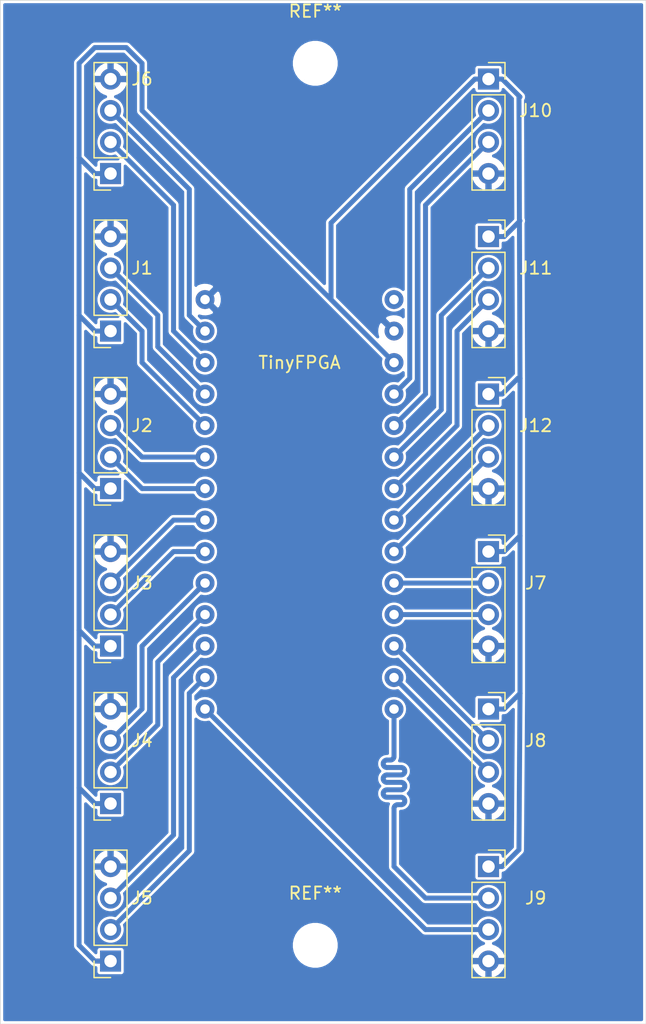
<source format=kicad_pcb>
(kicad_pcb (version 20171130) (host pcbnew 5.1.5-52549c5~84~ubuntu18.04.1)

  (general
    (thickness 1.6)
    (drawings 4)
    (tracks 211)
    (zones 0)
    (modules 15)
    (nets 28)
  )

  (page A4)
  (layers
    (0 F.Cu signal)
    (31 B.Cu signal)
    (32 B.Adhes user)
    (33 F.Adhes user)
    (34 B.Paste user)
    (35 F.Paste user)
    (36 B.SilkS user)
    (37 F.SilkS user)
    (38 B.Mask user)
    (39 F.Mask user)
    (40 Dwgs.User user)
    (41 Cmts.User user)
    (42 Eco1.User user)
    (43 Eco2.User user)
    (44 Edge.Cuts user)
    (45 Margin user)
    (46 B.CrtYd user)
    (47 F.CrtYd user)
    (48 B.Fab user)
    (49 F.Fab user)
  )

  (setup
    (last_trace_width 0.4)
    (user_trace_width 0.4)
    (trace_clearance 0.2)
    (zone_clearance 0.208)
    (zone_45_only no)
    (trace_min 0.2)
    (via_size 0.8)
    (via_drill 0.4)
    (via_min_size 0.4)
    (via_min_drill 0.3)
    (uvia_size 0.3)
    (uvia_drill 0.1)
    (uvias_allowed no)
    (uvia_min_size 0.2)
    (uvia_min_drill 0.1)
    (edge_width 0.05)
    (segment_width 0.2)
    (pcb_text_width 0.3)
    (pcb_text_size 1.5 1.5)
    (mod_edge_width 0.12)
    (mod_text_size 1 1)
    (mod_text_width 0.15)
    (pad_size 1.524 1.524)
    (pad_drill 0.762)
    (pad_to_mask_clearance 0.051)
    (solder_mask_min_width 0.25)
    (aux_axis_origin 0 0)
    (visible_elements FFFFFF7F)
    (pcbplotparams
      (layerselection 0x010fc_ffffffff)
      (usegerberextensions false)
      (usegerberattributes false)
      (usegerberadvancedattributes false)
      (creategerberjobfile false)
      (excludeedgelayer true)
      (linewidth 0.100000)
      (plotframeref false)
      (viasonmask false)
      (mode 1)
      (useauxorigin false)
      (hpglpennumber 1)
      (hpglpenspeed 20)
      (hpglpendiameter 15.000000)
      (psnegative false)
      (psa4output false)
      (plotreference true)
      (plotvalue true)
      (plotinvisibletext false)
      (padsonsilk false)
      (subtractmaskfromsilk false)
      (outputformat 1)
      (mirror false)
      (drillshape 0)
      (scaleselection 1)
      (outputdirectory "/media/yo/2CC2-40C1/gerber/"))
  )

  (net 0 "")
  (net 1 +3V3)
  (net 2 "Net-(J1-Pad2)")
  (net 3 "Net-(J1-Pad3)")
  (net 4 GND)
  (net 5 "Net-(J2-Pad3)")
  (net 6 "Net-(J2-Pad2)")
  (net 7 "Net-(J3-Pad2)")
  (net 8 "Net-(J3-Pad3)")
  (net 9 "Net-(J4-Pad3)")
  (net 10 "Net-(J4-Pad2)")
  (net 11 "Net-(J5-Pad2)")
  (net 12 "Net-(J5-Pad3)")
  (net 13 "Net-(J6-Pad3)")
  (net 14 "Net-(J6-Pad2)")
  (net 15 "Net-(J7-Pad2)")
  (net 16 "Net-(J7-Pad3)")
  (net 17 "Net-(J8-Pad3)")
  (net 18 "Net-(J8-Pad2)")
  (net 19 "Net-(J10-Pad3)")
  (net 20 "Net-(J10-Pad2)")
  (net 21 "Net-(J11-Pad2)")
  (net 22 "Net-(J11-Pad3)")
  (net 23 "Net-(J12-Pad3)")
  (net 24 "Net-(J12-Pad2)")
  (net 25 "Net-(U1-Pad27)")
  (net 26 /A-)
  (net 27 /A+)

  (net_class Default "This is the default net class."
    (clearance 0.2)
    (trace_width 0.25)
    (via_dia 0.8)
    (via_drill 0.4)
    (uvia_dia 0.3)
    (uvia_drill 0.1)
    (add_net +3V3)
    (add_net /A+)
    (add_net /A-)
    (add_net GND)
    (add_net "Net-(J1-Pad2)")
    (add_net "Net-(J1-Pad3)")
    (add_net "Net-(J10-Pad2)")
    (add_net "Net-(J10-Pad3)")
    (add_net "Net-(J11-Pad2)")
    (add_net "Net-(J11-Pad3)")
    (add_net "Net-(J12-Pad2)")
    (add_net "Net-(J12-Pad3)")
    (add_net "Net-(J2-Pad2)")
    (add_net "Net-(J2-Pad3)")
    (add_net "Net-(J3-Pad2)")
    (add_net "Net-(J3-Pad3)")
    (add_net "Net-(J4-Pad2)")
    (add_net "Net-(J4-Pad3)")
    (add_net "Net-(J5-Pad2)")
    (add_net "Net-(J5-Pad3)")
    (add_net "Net-(J6-Pad2)")
    (add_net "Net-(J6-Pad3)")
    (add_net "Net-(J7-Pad2)")
    (add_net "Net-(J7-Pad3)")
    (add_net "Net-(J8-Pad2)")
    (add_net "Net-(J8-Pad3)")
    (add_net "Net-(U1-Pad27)")
  )

  (module MountingHole:MountingHole_3.2mm_M3 (layer F.Cu) (tedit 56D1B4CB) (tstamp 5E41CFB7)
    (at 125.73 130.81)
    (descr "Mounting Hole 3.2mm, no annular, M3")
    (tags "mounting hole 3.2mm no annular m3")
    (attr virtual)
    (fp_text reference REF** (at 0 -4.2) (layer F.SilkS)
      (effects (font (size 1 1) (thickness 0.15)))
    )
    (fp_text value MountingHole_3.2mm_M3 (at 0 4.2) (layer F.Fab)
      (effects (font (size 1 1) (thickness 0.15)))
    )
    (fp_circle (center 0 0) (end 3.45 0) (layer F.CrtYd) (width 0.05))
    (fp_circle (center 0 0) (end 3.2 0) (layer Cmts.User) (width 0.15))
    (fp_text user %R (at 0.3 0) (layer F.Fab)
      (effects (font (size 1 1) (thickness 0.15)))
    )
    (pad 1 np_thru_hole circle (at 0 0) (size 3.2 3.2) (drill 3.2) (layers *.Cu *.Mask))
  )

  (module MountingHole:MountingHole_3.2mm_M3 (layer F.Cu) (tedit 56D1B4CB) (tstamp 5E41CFA1)
    (at 125.73 59.69)
    (descr "Mounting Hole 3.2mm, no annular, M3")
    (tags "mounting hole 3.2mm no annular m3")
    (attr virtual)
    (fp_text reference REF** (at 0 -4.2) (layer F.SilkS)
      (effects (font (size 1 1) (thickness 0.15)))
    )
    (fp_text value MountingHole_3.2mm_M3 (at 0 4.2) (layer F.Fab)
      (effects (font (size 1 1) (thickness 0.15)))
    )
    (fp_circle (center 0 0) (end 3.45 0) (layer F.CrtYd) (width 0.05))
    (fp_circle (center 0 0) (end 3.2 0) (layer Cmts.User) (width 0.15))
    (fp_text user %R (at 0.3 0) (layer F.Fab)
      (effects (font (size 1 1) (thickness 0.15)))
    )
    (pad 1 np_thru_hole circle (at 0 0) (size 3.2 3.2) (drill 3.2) (layers *.Cu *.Mask))
  )

  (module Connector_PinSocket_2.54mm:PinSocket_1x04_P2.54mm_Vertical (layer F.Cu) (tedit 5A19A429) (tstamp 5E2E3B43)
    (at 139.7 86.36)
    (descr "Through hole straight socket strip, 1x04, 2.54mm pitch, single row (from Kicad 4.0.7), script generated")
    (tags "Through hole socket strip THT 1x04 2.54mm single row")
    (path /5E2FA5D7)
    (fp_text reference J12 (at 3.81 2.54) (layer F.SilkS)
      (effects (font (size 1 1) (thickness 0.15)))
    )
    (fp_text value Conn_01x04 (at 0 10.39) (layer F.Fab)
      (effects (font (size 1 1) (thickness 0.15)))
    )
    (fp_text user %R (at 0 3.81 90) (layer F.Fab)
      (effects (font (size 1 1) (thickness 0.15)))
    )
    (fp_line (start -1.8 9.4) (end -1.8 -1.8) (layer F.CrtYd) (width 0.05))
    (fp_line (start 1.75 9.4) (end -1.8 9.4) (layer F.CrtYd) (width 0.05))
    (fp_line (start 1.75 -1.8) (end 1.75 9.4) (layer F.CrtYd) (width 0.05))
    (fp_line (start -1.8 -1.8) (end 1.75 -1.8) (layer F.CrtYd) (width 0.05))
    (fp_line (start 0 -1.33) (end 1.33 -1.33) (layer F.SilkS) (width 0.12))
    (fp_line (start 1.33 -1.33) (end 1.33 0) (layer F.SilkS) (width 0.12))
    (fp_line (start 1.33 1.27) (end 1.33 8.95) (layer F.SilkS) (width 0.12))
    (fp_line (start -1.33 8.95) (end 1.33 8.95) (layer F.SilkS) (width 0.12))
    (fp_line (start -1.33 1.27) (end -1.33 8.95) (layer F.SilkS) (width 0.12))
    (fp_line (start -1.33 1.27) (end 1.33 1.27) (layer F.SilkS) (width 0.12))
    (fp_line (start -1.27 8.89) (end -1.27 -1.27) (layer F.Fab) (width 0.1))
    (fp_line (start 1.27 8.89) (end -1.27 8.89) (layer F.Fab) (width 0.1))
    (fp_line (start 1.27 -0.635) (end 1.27 8.89) (layer F.Fab) (width 0.1))
    (fp_line (start 0.635 -1.27) (end 1.27 -0.635) (layer F.Fab) (width 0.1))
    (fp_line (start -1.27 -1.27) (end 0.635 -1.27) (layer F.Fab) (width 0.1))
    (pad 4 thru_hole oval (at 0 7.62) (size 1.7 1.7) (drill 1) (layers *.Cu *.Mask)
      (net 4 GND))
    (pad 3 thru_hole oval (at 0 5.08) (size 1.7 1.7) (drill 1) (layers *.Cu *.Mask)
      (net 23 "Net-(J12-Pad3)"))
    (pad 2 thru_hole oval (at 0 2.54) (size 1.7 1.7) (drill 1) (layers *.Cu *.Mask)
      (net 24 "Net-(J12-Pad2)"))
    (pad 1 thru_hole rect (at 0 0) (size 1.7 1.7) (drill 1) (layers *.Cu *.Mask)
      (net 1 +3V3))
    (model ${KISYS3DMOD}/Connector_PinSocket_2.54mm.3dshapes/PinSocket_1x04_P2.54mm_Vertical.wrl
      (at (xyz 0 0 0))
      (scale (xyz 1 1 1))
      (rotate (xyz 0 0 0))
    )
  )

  (module Connector_PinSocket_2.54mm:PinSocket_1x04_P2.54mm_Vertical (layer F.Cu) (tedit 5A19A429) (tstamp 5E2E3ACB)
    (at 139.7 99.06)
    (descr "Through hole straight socket strip, 1x04, 2.54mm pitch, single row (from Kicad 4.0.7), script generated")
    (tags "Through hole socket strip THT 1x04 2.54mm single row")
    (path /5E2FAC17)
    (fp_text reference J7 (at 3.81 2.54) (layer F.SilkS)
      (effects (font (size 1 1) (thickness 0.15)))
    )
    (fp_text value Conn_01x04 (at 0 10.39) (layer F.Fab)
      (effects (font (size 1 1) (thickness 0.15)))
    )
    (fp_line (start -1.27 -1.27) (end 0.635 -1.27) (layer F.Fab) (width 0.1))
    (fp_line (start 0.635 -1.27) (end 1.27 -0.635) (layer F.Fab) (width 0.1))
    (fp_line (start 1.27 -0.635) (end 1.27 8.89) (layer F.Fab) (width 0.1))
    (fp_line (start 1.27 8.89) (end -1.27 8.89) (layer F.Fab) (width 0.1))
    (fp_line (start -1.27 8.89) (end -1.27 -1.27) (layer F.Fab) (width 0.1))
    (fp_line (start -1.33 1.27) (end 1.33 1.27) (layer F.SilkS) (width 0.12))
    (fp_line (start -1.33 1.27) (end -1.33 8.95) (layer F.SilkS) (width 0.12))
    (fp_line (start -1.33 8.95) (end 1.33 8.95) (layer F.SilkS) (width 0.12))
    (fp_line (start 1.33 1.27) (end 1.33 8.95) (layer F.SilkS) (width 0.12))
    (fp_line (start 1.33 -1.33) (end 1.33 0) (layer F.SilkS) (width 0.12))
    (fp_line (start 0 -1.33) (end 1.33 -1.33) (layer F.SilkS) (width 0.12))
    (fp_line (start -1.8 -1.8) (end 1.75 -1.8) (layer F.CrtYd) (width 0.05))
    (fp_line (start 1.75 -1.8) (end 1.75 9.4) (layer F.CrtYd) (width 0.05))
    (fp_line (start 1.75 9.4) (end -1.8 9.4) (layer F.CrtYd) (width 0.05))
    (fp_line (start -1.8 9.4) (end -1.8 -1.8) (layer F.CrtYd) (width 0.05))
    (fp_text user %R (at 0 3.81 90) (layer F.Fab)
      (effects (font (size 1 1) (thickness 0.15)))
    )
    (pad 1 thru_hole rect (at 0 0) (size 1.7 1.7) (drill 1) (layers *.Cu *.Mask)
      (net 1 +3V3))
    (pad 2 thru_hole oval (at 0 2.54) (size 1.7 1.7) (drill 1) (layers *.Cu *.Mask)
      (net 15 "Net-(J7-Pad2)"))
    (pad 3 thru_hole oval (at 0 5.08) (size 1.7 1.7) (drill 1) (layers *.Cu *.Mask)
      (net 16 "Net-(J7-Pad3)"))
    (pad 4 thru_hole oval (at 0 7.62) (size 1.7 1.7) (drill 1) (layers *.Cu *.Mask)
      (net 4 GND))
    (model ${KISYS3DMOD}/Connector_PinSocket_2.54mm.3dshapes/PinSocket_1x04_P2.54mm_Vertical.wrl
      (at (xyz 0 0 0))
      (scale (xyz 1 1 1))
      (rotate (xyz 0 0 0))
    )
  )

  (module Connector_PinSocket_2.54mm:PinSocket_1x04_P2.54mm_Vertical (layer F.Cu) (tedit 5A19A429) (tstamp 5E2E3AE3)
    (at 139.7 111.76)
    (descr "Through hole straight socket strip, 1x04, 2.54mm pitch, single row (from Kicad 4.0.7), script generated")
    (tags "Through hole socket strip THT 1x04 2.54mm single row")
    (path /5E2FAEF7)
    (fp_text reference J8 (at 3.81 2.54) (layer F.SilkS)
      (effects (font (size 1 1) (thickness 0.15)))
    )
    (fp_text value Conn_01x04 (at 0 10.39) (layer F.Fab)
      (effects (font (size 1 1) (thickness 0.15)))
    )
    (fp_text user %R (at 0 3.81 90) (layer F.Fab)
      (effects (font (size 1 1) (thickness 0.15)))
    )
    (fp_line (start -1.8 9.4) (end -1.8 -1.8) (layer F.CrtYd) (width 0.05))
    (fp_line (start 1.75 9.4) (end -1.8 9.4) (layer F.CrtYd) (width 0.05))
    (fp_line (start 1.75 -1.8) (end 1.75 9.4) (layer F.CrtYd) (width 0.05))
    (fp_line (start -1.8 -1.8) (end 1.75 -1.8) (layer F.CrtYd) (width 0.05))
    (fp_line (start 0 -1.33) (end 1.33 -1.33) (layer F.SilkS) (width 0.12))
    (fp_line (start 1.33 -1.33) (end 1.33 0) (layer F.SilkS) (width 0.12))
    (fp_line (start 1.33 1.27) (end 1.33 8.95) (layer F.SilkS) (width 0.12))
    (fp_line (start -1.33 8.95) (end 1.33 8.95) (layer F.SilkS) (width 0.12))
    (fp_line (start -1.33 1.27) (end -1.33 8.95) (layer F.SilkS) (width 0.12))
    (fp_line (start -1.33 1.27) (end 1.33 1.27) (layer F.SilkS) (width 0.12))
    (fp_line (start -1.27 8.89) (end -1.27 -1.27) (layer F.Fab) (width 0.1))
    (fp_line (start 1.27 8.89) (end -1.27 8.89) (layer F.Fab) (width 0.1))
    (fp_line (start 1.27 -0.635) (end 1.27 8.89) (layer F.Fab) (width 0.1))
    (fp_line (start 0.635 -1.27) (end 1.27 -0.635) (layer F.Fab) (width 0.1))
    (fp_line (start -1.27 -1.27) (end 0.635 -1.27) (layer F.Fab) (width 0.1))
    (pad 4 thru_hole oval (at 0 7.62) (size 1.7 1.7) (drill 1) (layers *.Cu *.Mask)
      (net 4 GND))
    (pad 3 thru_hole oval (at 0 5.08) (size 1.7 1.7) (drill 1) (layers *.Cu *.Mask)
      (net 17 "Net-(J8-Pad3)"))
    (pad 2 thru_hole oval (at 0 2.54) (size 1.7 1.7) (drill 1) (layers *.Cu *.Mask)
      (net 18 "Net-(J8-Pad2)"))
    (pad 1 thru_hole rect (at 0 0) (size 1.7 1.7) (drill 1) (layers *.Cu *.Mask)
      (net 1 +3V3))
    (model ${KISYS3DMOD}/Connector_PinSocket_2.54mm.3dshapes/PinSocket_1x04_P2.54mm_Vertical.wrl
      (at (xyz 0 0 0))
      (scale (xyz 1 1 1))
      (rotate (xyz 0 0 0))
    )
  )

  (module Connector_PinSocket_2.54mm:PinSocket_1x04_P2.54mm_Vertical (layer F.Cu) (tedit 5A19A429) (tstamp 5E2E3A3B)
    (at 109.22 81.28 180)
    (descr "Through hole straight socket strip, 1x04, 2.54mm pitch, single row (from Kicad 4.0.7), script generated")
    (tags "Through hole socket strip THT 1x04 2.54mm single row")
    (path /5E2F5A86)
    (fp_text reference J1 (at -2.54 5.08) (layer F.SilkS)
      (effects (font (size 1 1) (thickness 0.15)))
    )
    (fp_text value Conn_01x04 (at 0 10.39) (layer F.Fab)
      (effects (font (size 1 1) (thickness 0.15)))
    )
    (fp_line (start -1.27 -1.27) (end 0.635 -1.27) (layer F.Fab) (width 0.1))
    (fp_line (start 0.635 -1.27) (end 1.27 -0.635) (layer F.Fab) (width 0.1))
    (fp_line (start 1.27 -0.635) (end 1.27 8.89) (layer F.Fab) (width 0.1))
    (fp_line (start 1.27 8.89) (end -1.27 8.89) (layer F.Fab) (width 0.1))
    (fp_line (start -1.27 8.89) (end -1.27 -1.27) (layer F.Fab) (width 0.1))
    (fp_line (start -1.33 1.27) (end 1.33 1.27) (layer F.SilkS) (width 0.12))
    (fp_line (start -1.33 1.27) (end -1.33 8.95) (layer F.SilkS) (width 0.12))
    (fp_line (start -1.33 8.95) (end 1.33 8.95) (layer F.SilkS) (width 0.12))
    (fp_line (start 1.33 1.27) (end 1.33 8.95) (layer F.SilkS) (width 0.12))
    (fp_line (start 1.33 -1.33) (end 1.33 0) (layer F.SilkS) (width 0.12))
    (fp_line (start 0 -1.33) (end 1.33 -1.33) (layer F.SilkS) (width 0.12))
    (fp_line (start -1.8 -1.8) (end 1.75 -1.8) (layer F.CrtYd) (width 0.05))
    (fp_line (start 1.75 -1.8) (end 1.75 9.4) (layer F.CrtYd) (width 0.05))
    (fp_line (start 1.75 9.4) (end -1.8 9.4) (layer F.CrtYd) (width 0.05))
    (fp_line (start -1.8 9.4) (end -1.8 -1.8) (layer F.CrtYd) (width 0.05))
    (fp_text user %R (at 0 3.81 90) (layer F.Fab)
      (effects (font (size 1 1) (thickness 0.15)))
    )
    (pad 1 thru_hole rect (at 0 0 180) (size 1.7 1.7) (drill 1) (layers *.Cu *.Mask)
      (net 1 +3V3))
    (pad 2 thru_hole oval (at 0 2.54 180) (size 1.7 1.7) (drill 1) (layers *.Cu *.Mask)
      (net 2 "Net-(J1-Pad2)"))
    (pad 3 thru_hole oval (at 0 5.08 180) (size 1.7 1.7) (drill 1) (layers *.Cu *.Mask)
      (net 3 "Net-(J1-Pad3)"))
    (pad 4 thru_hole oval (at 0 7.62 180) (size 1.7 1.7) (drill 1) (layers *.Cu *.Mask)
      (net 4 GND))
    (model ${KISYS3DMOD}/Connector_PinSocket_2.54mm.3dshapes/PinSocket_1x04_P2.54mm_Vertical.wrl
      (at (xyz 0 0 0))
      (scale (xyz 1 1 1))
      (rotate (xyz 0 0 0))
    )
  )

  (module Connector_PinSocket_2.54mm:PinSocket_1x04_P2.54mm_Vertical (layer F.Cu) (tedit 5A19A429) (tstamp 5E2E3A53)
    (at 109.22 93.98 180)
    (descr "Through hole straight socket strip, 1x04, 2.54mm pitch, single row (from Kicad 4.0.7), script generated")
    (tags "Through hole socket strip THT 1x04 2.54mm single row")
    (path /5E2F5DA8)
    (fp_text reference J2 (at -2.54 5.08) (layer F.SilkS)
      (effects (font (size 1 1) (thickness 0.15)))
    )
    (fp_text value Conn_01x04 (at 0 10.39) (layer F.Fab)
      (effects (font (size 1 1) (thickness 0.15)))
    )
    (fp_text user %R (at 0 3.81 90) (layer F.Fab)
      (effects (font (size 1 1) (thickness 0.15)))
    )
    (fp_line (start -1.8 9.4) (end -1.8 -1.8) (layer F.CrtYd) (width 0.05))
    (fp_line (start 1.75 9.4) (end -1.8 9.4) (layer F.CrtYd) (width 0.05))
    (fp_line (start 1.75 -1.8) (end 1.75 9.4) (layer F.CrtYd) (width 0.05))
    (fp_line (start -1.8 -1.8) (end 1.75 -1.8) (layer F.CrtYd) (width 0.05))
    (fp_line (start 0 -1.33) (end 1.33 -1.33) (layer F.SilkS) (width 0.12))
    (fp_line (start 1.33 -1.33) (end 1.33 0) (layer F.SilkS) (width 0.12))
    (fp_line (start 1.33 1.27) (end 1.33 8.95) (layer F.SilkS) (width 0.12))
    (fp_line (start -1.33 8.95) (end 1.33 8.95) (layer F.SilkS) (width 0.12))
    (fp_line (start -1.33 1.27) (end -1.33 8.95) (layer F.SilkS) (width 0.12))
    (fp_line (start -1.33 1.27) (end 1.33 1.27) (layer F.SilkS) (width 0.12))
    (fp_line (start -1.27 8.89) (end -1.27 -1.27) (layer F.Fab) (width 0.1))
    (fp_line (start 1.27 8.89) (end -1.27 8.89) (layer F.Fab) (width 0.1))
    (fp_line (start 1.27 -0.635) (end 1.27 8.89) (layer F.Fab) (width 0.1))
    (fp_line (start 0.635 -1.27) (end 1.27 -0.635) (layer F.Fab) (width 0.1))
    (fp_line (start -1.27 -1.27) (end 0.635 -1.27) (layer F.Fab) (width 0.1))
    (pad 4 thru_hole oval (at 0 7.62 180) (size 1.7 1.7) (drill 1) (layers *.Cu *.Mask)
      (net 4 GND))
    (pad 3 thru_hole oval (at 0 5.08 180) (size 1.7 1.7) (drill 1) (layers *.Cu *.Mask)
      (net 5 "Net-(J2-Pad3)"))
    (pad 2 thru_hole oval (at 0 2.54 180) (size 1.7 1.7) (drill 1) (layers *.Cu *.Mask)
      (net 6 "Net-(J2-Pad2)"))
    (pad 1 thru_hole rect (at 0 0 180) (size 1.7 1.7) (drill 1) (layers *.Cu *.Mask)
      (net 1 +3V3))
    (model ${KISYS3DMOD}/Connector_PinSocket_2.54mm.3dshapes/PinSocket_1x04_P2.54mm_Vertical.wrl
      (at (xyz 0 0 0))
      (scale (xyz 1 1 1))
      (rotate (xyz 0 0 0))
    )
  )

  (module Connector_PinSocket_2.54mm:PinSocket_1x04_P2.54mm_Vertical (layer F.Cu) (tedit 5A19A429) (tstamp 5E2E3A6B)
    (at 109.22 106.68 180)
    (descr "Through hole straight socket strip, 1x04, 2.54mm pitch, single row (from Kicad 4.0.7), script generated")
    (tags "Through hole socket strip THT 1x04 2.54mm single row")
    (path /5E2F6003)
    (fp_text reference J3 (at -2.54 5.08) (layer F.SilkS)
      (effects (font (size 1 1) (thickness 0.15)))
    )
    (fp_text value Conn_01x04 (at 0 10.39) (layer F.Fab)
      (effects (font (size 1 1) (thickness 0.15)))
    )
    (fp_line (start -1.27 -1.27) (end 0.635 -1.27) (layer F.Fab) (width 0.1))
    (fp_line (start 0.635 -1.27) (end 1.27 -0.635) (layer F.Fab) (width 0.1))
    (fp_line (start 1.27 -0.635) (end 1.27 8.89) (layer F.Fab) (width 0.1))
    (fp_line (start 1.27 8.89) (end -1.27 8.89) (layer F.Fab) (width 0.1))
    (fp_line (start -1.27 8.89) (end -1.27 -1.27) (layer F.Fab) (width 0.1))
    (fp_line (start -1.33 1.27) (end 1.33 1.27) (layer F.SilkS) (width 0.12))
    (fp_line (start -1.33 1.27) (end -1.33 8.95) (layer F.SilkS) (width 0.12))
    (fp_line (start -1.33 8.95) (end 1.33 8.95) (layer F.SilkS) (width 0.12))
    (fp_line (start 1.33 1.27) (end 1.33 8.95) (layer F.SilkS) (width 0.12))
    (fp_line (start 1.33 -1.33) (end 1.33 0) (layer F.SilkS) (width 0.12))
    (fp_line (start 0 -1.33) (end 1.33 -1.33) (layer F.SilkS) (width 0.12))
    (fp_line (start -1.8 -1.8) (end 1.75 -1.8) (layer F.CrtYd) (width 0.05))
    (fp_line (start 1.75 -1.8) (end 1.75 9.4) (layer F.CrtYd) (width 0.05))
    (fp_line (start 1.75 9.4) (end -1.8 9.4) (layer F.CrtYd) (width 0.05))
    (fp_line (start -1.8 9.4) (end -1.8 -1.8) (layer F.CrtYd) (width 0.05))
    (fp_text user %R (at 0 3.81 90) (layer F.Fab)
      (effects (font (size 1 1) (thickness 0.15)))
    )
    (pad 1 thru_hole rect (at 0 0 180) (size 1.7 1.7) (drill 1) (layers *.Cu *.Mask)
      (net 1 +3V3))
    (pad 2 thru_hole oval (at 0 2.54 180) (size 1.7 1.7) (drill 1) (layers *.Cu *.Mask)
      (net 7 "Net-(J3-Pad2)"))
    (pad 3 thru_hole oval (at 0 5.08 180) (size 1.7 1.7) (drill 1) (layers *.Cu *.Mask)
      (net 8 "Net-(J3-Pad3)"))
    (pad 4 thru_hole oval (at 0 7.62 180) (size 1.7 1.7) (drill 1) (layers *.Cu *.Mask)
      (net 4 GND))
    (model ${KISYS3DMOD}/Connector_PinSocket_2.54mm.3dshapes/PinSocket_1x04_P2.54mm_Vertical.wrl
      (at (xyz 0 0 0))
      (scale (xyz 1 1 1))
      (rotate (xyz 0 0 0))
    )
  )

  (module Connector_PinSocket_2.54mm:PinSocket_1x04_P2.54mm_Vertical (layer F.Cu) (tedit 5A19A429) (tstamp 5E2E3A83)
    (at 109.22 119.38 180)
    (descr "Through hole straight socket strip, 1x04, 2.54mm pitch, single row (from Kicad 4.0.7), script generated")
    (tags "Through hole socket strip THT 1x04 2.54mm single row")
    (path /5E2F6A04)
    (fp_text reference J4 (at -2.54 5.08) (layer F.SilkS)
      (effects (font (size 1 1) (thickness 0.15)))
    )
    (fp_text value Conn_01x04 (at 0 10.39) (layer F.Fab)
      (effects (font (size 1 1) (thickness 0.15)))
    )
    (fp_text user %R (at 0 3.81 90) (layer F.Fab)
      (effects (font (size 1 1) (thickness 0.15)))
    )
    (fp_line (start -1.8 9.4) (end -1.8 -1.8) (layer F.CrtYd) (width 0.05))
    (fp_line (start 1.75 9.4) (end -1.8 9.4) (layer F.CrtYd) (width 0.05))
    (fp_line (start 1.75 -1.8) (end 1.75 9.4) (layer F.CrtYd) (width 0.05))
    (fp_line (start -1.8 -1.8) (end 1.75 -1.8) (layer F.CrtYd) (width 0.05))
    (fp_line (start 0 -1.33) (end 1.33 -1.33) (layer F.SilkS) (width 0.12))
    (fp_line (start 1.33 -1.33) (end 1.33 0) (layer F.SilkS) (width 0.12))
    (fp_line (start 1.33 1.27) (end 1.33 8.95) (layer F.SilkS) (width 0.12))
    (fp_line (start -1.33 8.95) (end 1.33 8.95) (layer F.SilkS) (width 0.12))
    (fp_line (start -1.33 1.27) (end -1.33 8.95) (layer F.SilkS) (width 0.12))
    (fp_line (start -1.33 1.27) (end 1.33 1.27) (layer F.SilkS) (width 0.12))
    (fp_line (start -1.27 8.89) (end -1.27 -1.27) (layer F.Fab) (width 0.1))
    (fp_line (start 1.27 8.89) (end -1.27 8.89) (layer F.Fab) (width 0.1))
    (fp_line (start 1.27 -0.635) (end 1.27 8.89) (layer F.Fab) (width 0.1))
    (fp_line (start 0.635 -1.27) (end 1.27 -0.635) (layer F.Fab) (width 0.1))
    (fp_line (start -1.27 -1.27) (end 0.635 -1.27) (layer F.Fab) (width 0.1))
    (pad 4 thru_hole oval (at 0 7.62 180) (size 1.7 1.7) (drill 1) (layers *.Cu *.Mask)
      (net 4 GND))
    (pad 3 thru_hole oval (at 0 5.08 180) (size 1.7 1.7) (drill 1) (layers *.Cu *.Mask)
      (net 9 "Net-(J4-Pad3)"))
    (pad 2 thru_hole oval (at 0 2.54 180) (size 1.7 1.7) (drill 1) (layers *.Cu *.Mask)
      (net 10 "Net-(J4-Pad2)"))
    (pad 1 thru_hole rect (at 0 0 180) (size 1.7 1.7) (drill 1) (layers *.Cu *.Mask)
      (net 1 +3V3))
    (model ${KISYS3DMOD}/Connector_PinSocket_2.54mm.3dshapes/PinSocket_1x04_P2.54mm_Vertical.wrl
      (at (xyz 0 0 0))
      (scale (xyz 1 1 1))
      (rotate (xyz 0 0 0))
    )
  )

  (module Connector_PinSocket_2.54mm:PinSocket_1x04_P2.54mm_Vertical (layer F.Cu) (tedit 5A19A429) (tstamp 5E2E3A9B)
    (at 109.22 132.08 180)
    (descr "Through hole straight socket strip, 1x04, 2.54mm pitch, single row (from Kicad 4.0.7), script generated")
    (tags "Through hole socket strip THT 1x04 2.54mm single row")
    (path /5E2F82B1)
    (fp_text reference J5 (at -2.54 5.08) (layer F.SilkS)
      (effects (font (size 1 1) (thickness 0.15)))
    )
    (fp_text value Conn_01x04 (at 0 10.39) (layer F.Fab)
      (effects (font (size 1 1) (thickness 0.15)))
    )
    (fp_line (start -1.27 -1.27) (end 0.635 -1.27) (layer F.Fab) (width 0.1))
    (fp_line (start 0.635 -1.27) (end 1.27 -0.635) (layer F.Fab) (width 0.1))
    (fp_line (start 1.27 -0.635) (end 1.27 8.89) (layer F.Fab) (width 0.1))
    (fp_line (start 1.27 8.89) (end -1.27 8.89) (layer F.Fab) (width 0.1))
    (fp_line (start -1.27 8.89) (end -1.27 -1.27) (layer F.Fab) (width 0.1))
    (fp_line (start -1.33 1.27) (end 1.33 1.27) (layer F.SilkS) (width 0.12))
    (fp_line (start -1.33 1.27) (end -1.33 8.95) (layer F.SilkS) (width 0.12))
    (fp_line (start -1.33 8.95) (end 1.33 8.95) (layer F.SilkS) (width 0.12))
    (fp_line (start 1.33 1.27) (end 1.33 8.95) (layer F.SilkS) (width 0.12))
    (fp_line (start 1.33 -1.33) (end 1.33 0) (layer F.SilkS) (width 0.12))
    (fp_line (start 0 -1.33) (end 1.33 -1.33) (layer F.SilkS) (width 0.12))
    (fp_line (start -1.8 -1.8) (end 1.75 -1.8) (layer F.CrtYd) (width 0.05))
    (fp_line (start 1.75 -1.8) (end 1.75 9.4) (layer F.CrtYd) (width 0.05))
    (fp_line (start 1.75 9.4) (end -1.8 9.4) (layer F.CrtYd) (width 0.05))
    (fp_line (start -1.8 9.4) (end -1.8 -1.8) (layer F.CrtYd) (width 0.05))
    (fp_text user %R (at 0 3.81 90) (layer F.Fab)
      (effects (font (size 1 1) (thickness 0.15)))
    )
    (pad 1 thru_hole rect (at 0 0 180) (size 1.7 1.7) (drill 1) (layers *.Cu *.Mask)
      (net 1 +3V3))
    (pad 2 thru_hole oval (at 0 2.54 180) (size 1.7 1.7) (drill 1) (layers *.Cu *.Mask)
      (net 11 "Net-(J5-Pad2)"))
    (pad 3 thru_hole oval (at 0 5.08 180) (size 1.7 1.7) (drill 1) (layers *.Cu *.Mask)
      (net 12 "Net-(J5-Pad3)"))
    (pad 4 thru_hole oval (at 0 7.62 180) (size 1.7 1.7) (drill 1) (layers *.Cu *.Mask)
      (net 4 GND))
    (model ${KISYS3DMOD}/Connector_PinSocket_2.54mm.3dshapes/PinSocket_1x04_P2.54mm_Vertical.wrl
      (at (xyz 0 0 0))
      (scale (xyz 1 1 1))
      (rotate (xyz 0 0 0))
    )
  )

  (module Connector_PinSocket_2.54mm:PinSocket_1x04_P2.54mm_Vertical (layer F.Cu) (tedit 5A19A429) (tstamp 5E2E3AB3)
    (at 109.22 68.58 180)
    (descr "Through hole straight socket strip, 1x04, 2.54mm pitch, single row (from Kicad 4.0.7), script generated")
    (tags "Through hole socket strip THT 1x04 2.54mm single row")
    (path /5E2F5629)
    (fp_text reference J6 (at -2.54 7.62) (layer F.SilkS)
      (effects (font (size 1 1) (thickness 0.15)))
    )
    (fp_text value Conn_01x04 (at 0 10.39) (layer F.Fab)
      (effects (font (size 1 1) (thickness 0.15)))
    )
    (fp_text user %R (at 0 3.81 90) (layer F.Fab)
      (effects (font (size 1 1) (thickness 0.15)))
    )
    (fp_line (start -1.8 9.4) (end -1.8 -1.8) (layer F.CrtYd) (width 0.05))
    (fp_line (start 1.75 9.4) (end -1.8 9.4) (layer F.CrtYd) (width 0.05))
    (fp_line (start 1.75 -1.8) (end 1.75 9.4) (layer F.CrtYd) (width 0.05))
    (fp_line (start -1.8 -1.8) (end 1.75 -1.8) (layer F.CrtYd) (width 0.05))
    (fp_line (start 0 -1.33) (end 1.33 -1.33) (layer F.SilkS) (width 0.12))
    (fp_line (start 1.33 -1.33) (end 1.33 0) (layer F.SilkS) (width 0.12))
    (fp_line (start 1.33 1.27) (end 1.33 8.95) (layer F.SilkS) (width 0.12))
    (fp_line (start -1.33 8.95) (end 1.33 8.95) (layer F.SilkS) (width 0.12))
    (fp_line (start -1.33 1.27) (end -1.33 8.95) (layer F.SilkS) (width 0.12))
    (fp_line (start -1.33 1.27) (end 1.33 1.27) (layer F.SilkS) (width 0.12))
    (fp_line (start -1.27 8.89) (end -1.27 -1.27) (layer F.Fab) (width 0.1))
    (fp_line (start 1.27 8.89) (end -1.27 8.89) (layer F.Fab) (width 0.1))
    (fp_line (start 1.27 -0.635) (end 1.27 8.89) (layer F.Fab) (width 0.1))
    (fp_line (start 0.635 -1.27) (end 1.27 -0.635) (layer F.Fab) (width 0.1))
    (fp_line (start -1.27 -1.27) (end 0.635 -1.27) (layer F.Fab) (width 0.1))
    (pad 4 thru_hole oval (at 0 7.62 180) (size 1.7 1.7) (drill 1) (layers *.Cu *.Mask)
      (net 4 GND))
    (pad 3 thru_hole oval (at 0 5.08 180) (size 1.7 1.7) (drill 1) (layers *.Cu *.Mask)
      (net 13 "Net-(J6-Pad3)"))
    (pad 2 thru_hole oval (at 0 2.54 180) (size 1.7 1.7) (drill 1) (layers *.Cu *.Mask)
      (net 14 "Net-(J6-Pad2)"))
    (pad 1 thru_hole rect (at 0 0 180) (size 1.7 1.7) (drill 1) (layers *.Cu *.Mask)
      (net 1 +3V3))
    (model ${KISYS3DMOD}/Connector_PinSocket_2.54mm.3dshapes/PinSocket_1x04_P2.54mm_Vertical.wrl
      (at (xyz 0 0 0))
      (scale (xyz 1 1 1))
      (rotate (xyz 0 0 0))
    )
  )

  (module Connector_PinSocket_2.54mm:PinSocket_1x04_P2.54mm_Vertical (layer F.Cu) (tedit 5A19A429) (tstamp 5E2E3AFB)
    (at 139.7 124.46)
    (descr "Through hole straight socket strip, 1x04, 2.54mm pitch, single row (from Kicad 4.0.7), script generated")
    (tags "Through hole socket strip THT 1x04 2.54mm single row")
    (path /5E2FBA4B)
    (fp_text reference J9 (at 3.81 2.54) (layer F.SilkS)
      (effects (font (size 1 1) (thickness 0.15)))
    )
    (fp_text value Conn_01x04 (at 0 10.39) (layer F.Fab)
      (effects (font (size 1 1) (thickness 0.15)))
    )
    (fp_line (start -1.27 -1.27) (end 0.635 -1.27) (layer F.Fab) (width 0.1))
    (fp_line (start 0.635 -1.27) (end 1.27 -0.635) (layer F.Fab) (width 0.1))
    (fp_line (start 1.27 -0.635) (end 1.27 8.89) (layer F.Fab) (width 0.1))
    (fp_line (start 1.27 8.89) (end -1.27 8.89) (layer F.Fab) (width 0.1))
    (fp_line (start -1.27 8.89) (end -1.27 -1.27) (layer F.Fab) (width 0.1))
    (fp_line (start -1.33 1.27) (end 1.33 1.27) (layer F.SilkS) (width 0.12))
    (fp_line (start -1.33 1.27) (end -1.33 8.95) (layer F.SilkS) (width 0.12))
    (fp_line (start -1.33 8.95) (end 1.33 8.95) (layer F.SilkS) (width 0.12))
    (fp_line (start 1.33 1.27) (end 1.33 8.95) (layer F.SilkS) (width 0.12))
    (fp_line (start 1.33 -1.33) (end 1.33 0) (layer F.SilkS) (width 0.12))
    (fp_line (start 0 -1.33) (end 1.33 -1.33) (layer F.SilkS) (width 0.12))
    (fp_line (start -1.8 -1.8) (end 1.75 -1.8) (layer F.CrtYd) (width 0.05))
    (fp_line (start 1.75 -1.8) (end 1.75 9.4) (layer F.CrtYd) (width 0.05))
    (fp_line (start 1.75 9.4) (end -1.8 9.4) (layer F.CrtYd) (width 0.05))
    (fp_line (start -1.8 9.4) (end -1.8 -1.8) (layer F.CrtYd) (width 0.05))
    (fp_text user %R (at 0 3.81 90) (layer F.Fab)
      (effects (font (size 1 1) (thickness 0.15)))
    )
    (pad 1 thru_hole rect (at 0 0) (size 1.7 1.7) (drill 1) (layers *.Cu *.Mask)
      (net 1 +3V3))
    (pad 2 thru_hole oval (at 0 2.54) (size 1.7 1.7) (drill 1) (layers *.Cu *.Mask)
      (net 26 /A-))
    (pad 3 thru_hole oval (at 0 5.08) (size 1.7 1.7) (drill 1) (layers *.Cu *.Mask)
      (net 27 /A+))
    (pad 4 thru_hole oval (at 0 7.62) (size 1.7 1.7) (drill 1) (layers *.Cu *.Mask)
      (net 4 GND))
    (model ${KISYS3DMOD}/Connector_PinSocket_2.54mm.3dshapes/PinSocket_1x04_P2.54mm_Vertical.wrl
      (at (xyz 0 0 0))
      (scale (xyz 1 1 1))
      (rotate (xyz 0 0 0))
    )
  )

  (module Connector_PinSocket_2.54mm:PinSocket_1x04_P2.54mm_Vertical (layer F.Cu) (tedit 5A19A429) (tstamp 5E2E3B13)
    (at 139.7 60.96)
    (descr "Through hole straight socket strip, 1x04, 2.54mm pitch, single row (from Kicad 4.0.7), script generated")
    (tags "Through hole socket strip THT 1x04 2.54mm single row")
    (path /5E2F8C6A)
    (fp_text reference J10 (at 3.81 2.54) (layer F.SilkS)
      (effects (font (size 1 1) (thickness 0.15)))
    )
    (fp_text value Conn_01x04 (at 0 10.39) (layer F.Fab)
      (effects (font (size 1 1) (thickness 0.15)))
    )
    (fp_text user %R (at 0 3.81 90) (layer F.Fab)
      (effects (font (size 1 1) (thickness 0.15)))
    )
    (fp_line (start -1.8 9.4) (end -1.8 -1.8) (layer F.CrtYd) (width 0.05))
    (fp_line (start 1.75 9.4) (end -1.8 9.4) (layer F.CrtYd) (width 0.05))
    (fp_line (start 1.75 -1.8) (end 1.75 9.4) (layer F.CrtYd) (width 0.05))
    (fp_line (start -1.8 -1.8) (end 1.75 -1.8) (layer F.CrtYd) (width 0.05))
    (fp_line (start 0 -1.33) (end 1.33 -1.33) (layer F.SilkS) (width 0.12))
    (fp_line (start 1.33 -1.33) (end 1.33 0) (layer F.SilkS) (width 0.12))
    (fp_line (start 1.33 1.27) (end 1.33 8.95) (layer F.SilkS) (width 0.12))
    (fp_line (start -1.33 8.95) (end 1.33 8.95) (layer F.SilkS) (width 0.12))
    (fp_line (start -1.33 1.27) (end -1.33 8.95) (layer F.SilkS) (width 0.12))
    (fp_line (start -1.33 1.27) (end 1.33 1.27) (layer F.SilkS) (width 0.12))
    (fp_line (start -1.27 8.89) (end -1.27 -1.27) (layer F.Fab) (width 0.1))
    (fp_line (start 1.27 8.89) (end -1.27 8.89) (layer F.Fab) (width 0.1))
    (fp_line (start 1.27 -0.635) (end 1.27 8.89) (layer F.Fab) (width 0.1))
    (fp_line (start 0.635 -1.27) (end 1.27 -0.635) (layer F.Fab) (width 0.1))
    (fp_line (start -1.27 -1.27) (end 0.635 -1.27) (layer F.Fab) (width 0.1))
    (pad 4 thru_hole oval (at 0 7.62) (size 1.7 1.7) (drill 1) (layers *.Cu *.Mask)
      (net 4 GND))
    (pad 3 thru_hole oval (at 0 5.08) (size 1.7 1.7) (drill 1) (layers *.Cu *.Mask)
      (net 19 "Net-(J10-Pad3)"))
    (pad 2 thru_hole oval (at 0 2.54) (size 1.7 1.7) (drill 1) (layers *.Cu *.Mask)
      (net 20 "Net-(J10-Pad2)"))
    (pad 1 thru_hole rect (at 0 0) (size 1.7 1.7) (drill 1) (layers *.Cu *.Mask)
      (net 1 +3V3))
    (model ${KISYS3DMOD}/Connector_PinSocket_2.54mm.3dshapes/PinSocket_1x04_P2.54mm_Vertical.wrl
      (at (xyz 0 0 0))
      (scale (xyz 1 1 1))
      (rotate (xyz 0 0 0))
    )
  )

  (module Connector_PinSocket_2.54mm:PinSocket_1x04_P2.54mm_Vertical (layer F.Cu) (tedit 5A19A429) (tstamp 5E2E3B2B)
    (at 139.7 73.66)
    (descr "Through hole straight socket strip, 1x04, 2.54mm pitch, single row (from Kicad 4.0.7), script generated")
    (tags "Through hole socket strip THT 1x04 2.54mm single row")
    (path /5E2FA480)
    (fp_text reference J11 (at 3.81 2.54) (layer F.SilkS)
      (effects (font (size 1 1) (thickness 0.15)))
    )
    (fp_text value Conn_01x04 (at 0 10.39) (layer F.Fab)
      (effects (font (size 1 1) (thickness 0.15)))
    )
    (fp_line (start -1.27 -1.27) (end 0.635 -1.27) (layer F.Fab) (width 0.1))
    (fp_line (start 0.635 -1.27) (end 1.27 -0.635) (layer F.Fab) (width 0.1))
    (fp_line (start 1.27 -0.635) (end 1.27 8.89) (layer F.Fab) (width 0.1))
    (fp_line (start 1.27 8.89) (end -1.27 8.89) (layer F.Fab) (width 0.1))
    (fp_line (start -1.27 8.89) (end -1.27 -1.27) (layer F.Fab) (width 0.1))
    (fp_line (start -1.33 1.27) (end 1.33 1.27) (layer F.SilkS) (width 0.12))
    (fp_line (start -1.33 1.27) (end -1.33 8.95) (layer F.SilkS) (width 0.12))
    (fp_line (start -1.33 8.95) (end 1.33 8.95) (layer F.SilkS) (width 0.12))
    (fp_line (start 1.33 1.27) (end 1.33 8.95) (layer F.SilkS) (width 0.12))
    (fp_line (start 1.33 -1.33) (end 1.33 0) (layer F.SilkS) (width 0.12))
    (fp_line (start 0 -1.33) (end 1.33 -1.33) (layer F.SilkS) (width 0.12))
    (fp_line (start -1.8 -1.8) (end 1.75 -1.8) (layer F.CrtYd) (width 0.05))
    (fp_line (start 1.75 -1.8) (end 1.75 9.4) (layer F.CrtYd) (width 0.05))
    (fp_line (start 1.75 9.4) (end -1.8 9.4) (layer F.CrtYd) (width 0.05))
    (fp_line (start -1.8 9.4) (end -1.8 -1.8) (layer F.CrtYd) (width 0.05))
    (fp_text user %R (at 0 3.81 90) (layer F.Fab)
      (effects (font (size 1 1) (thickness 0.15)))
    )
    (pad 1 thru_hole rect (at 0 0) (size 1.7 1.7) (drill 1) (layers *.Cu *.Mask)
      (net 1 +3V3))
    (pad 2 thru_hole oval (at 0 2.54) (size 1.7 1.7) (drill 1) (layers *.Cu *.Mask)
      (net 21 "Net-(J11-Pad2)"))
    (pad 3 thru_hole oval (at 0 5.08) (size 1.7 1.7) (drill 1) (layers *.Cu *.Mask)
      (net 22 "Net-(J11-Pad3)"))
    (pad 4 thru_hole oval (at 0 7.62) (size 1.7 1.7) (drill 1) (layers *.Cu *.Mask)
      (net 4 GND))
    (model ${KISYS3DMOD}/Connector_PinSocket_2.54mm.3dshapes/PinSocket_1x04_P2.54mm_Vertical.wrl
      (at (xyz 0 0 0))
      (scale (xyz 1 1 1))
      (rotate (xyz 0 0 0))
    )
  )

  (module tinyFGPABX:tinyFPGABX (layer F.Cu) (tedit 5E2DBEA6) (tstamp 5E2E3B63)
    (at 119.38 81.28)
    (path /5E2D1DAC)
    (fp_text reference TinyFPGA (at 5.08 2.54) (layer F.SilkS)
      (effects (font (size 1 1) (thickness 0.15)))
    )
    (fp_text value TinyFPGABX (at 6.35 0) (layer F.Fab)
      (effects (font (size 1 1) (thickness 0.15)))
    )
    (pad 0 thru_hole circle (at -2.54 -2.54) (size 1.524 1.524) (drill 0.762) (layers *.Cu *.Mask)
      (net 4 GND))
    (pad 1 thru_hole circle (at -2.54 0) (size 1.524 1.524) (drill 0.762) (layers *.Cu *.Mask)
      (net 13 "Net-(J6-Pad3)"))
    (pad 2 thru_hole circle (at -2.54 2.54) (size 1.524 1.524) (drill 0.762) (layers *.Cu *.Mask)
      (net 14 "Net-(J6-Pad2)"))
    (pad 3 thru_hole circle (at -2.54 5.08) (size 1.524 1.524) (drill 0.762) (layers *.Cu *.Mask)
      (net 3 "Net-(J1-Pad3)"))
    (pad 4 thru_hole circle (at -2.54 7.62) (size 1.524 1.524) (drill 0.762) (layers *.Cu *.Mask)
      (net 2 "Net-(J1-Pad2)"))
    (pad 5 thru_hole circle (at -2.54 10.16) (size 1.524 1.524) (drill 0.762) (layers *.Cu *.Mask)
      (net 5 "Net-(J2-Pad3)"))
    (pad 6 thru_hole circle (at -2.54 12.7) (size 1.524 1.524) (drill 0.762) (layers *.Cu *.Mask)
      (net 6 "Net-(J2-Pad2)"))
    (pad 7 thru_hole circle (at -2.54 15.24) (size 1.524 1.524) (drill 0.762) (layers *.Cu *.Mask)
      (net 8 "Net-(J3-Pad3)"))
    (pad 8 thru_hole circle (at -2.54 17.78) (size 1.524 1.524) (drill 0.762) (layers *.Cu *.Mask)
      (net 7 "Net-(J3-Pad2)"))
    (pad 9 thru_hole circle (at -2.54 20.32) (size 1.524 1.524) (drill 0.762) (layers *.Cu *.Mask)
      (net 9 "Net-(J4-Pad3)"))
    (pad 10 thru_hole circle (at -2.54 22.86) (size 1.524 1.524) (drill 0.762) (layers *.Cu *.Mask)
      (net 10 "Net-(J4-Pad2)"))
    (pad 11 thru_hole circle (at -2.54 25.4) (size 1.524 1.524) (drill 0.762) (layers *.Cu *.Mask)
      (net 12 "Net-(J5-Pad3)"))
    (pad 12 thru_hole circle (at -2.54 27.94) (size 1.524 1.524) (drill 0.762) (layers *.Cu *.Mask)
      (net 11 "Net-(J5-Pad2)"))
    (pad 27 thru_hole circle (at 12.7 -2.54) (size 1.524 1.524) (drill 0.762) (layers *.Cu *.Mask)
      (net 25 "Net-(U1-Pad27)"))
    (pad 26 thru_hole circle (at 12.7 0) (size 1.524 1.524) (drill 0.762) (layers *.Cu *.Mask)
      (net 4 GND))
    (pad 25 thru_hole circle (at 12.7 2.54) (size 1.524 1.524) (drill 0.762) (layers *.Cu *.Mask)
      (net 1 +3V3))
    (pad 24 thru_hole circle (at 12.7 5.08) (size 1.524 1.524) (drill 0.762) (layers *.Cu *.Mask)
      (net 20 "Net-(J10-Pad2)"))
    (pad 23 thru_hole circle (at 12.7 7.62) (size 1.524 1.524) (drill 0.762) (layers *.Cu *.Mask)
      (net 19 "Net-(J10-Pad3)"))
    (pad 22 thru_hole circle (at 12.7 10.16) (size 1.524 1.524) (drill 0.762) (layers *.Cu *.Mask)
      (net 21 "Net-(J11-Pad2)"))
    (pad 21 thru_hole circle (at 12.7 12.7) (size 1.524 1.524) (drill 0.762) (layers *.Cu *.Mask)
      (net 22 "Net-(J11-Pad3)"))
    (pad 20 thru_hole circle (at 12.7 15.24) (size 1.524 1.524) (drill 0.762) (layers *.Cu *.Mask)
      (net 24 "Net-(J12-Pad2)"))
    (pad 19 thru_hole circle (at 12.7 17.78) (size 1.524 1.524) (drill 0.762) (layers *.Cu *.Mask)
      (net 23 "Net-(J12-Pad3)"))
    (pad 18 thru_hole circle (at 12.7 20.32) (size 1.524 1.524) (drill 0.762) (layers *.Cu *.Mask)
      (net 15 "Net-(J7-Pad2)"))
    (pad 17 thru_hole circle (at 12.7 22.86) (size 1.524 1.524) (drill 0.762) (layers *.Cu *.Mask)
      (net 16 "Net-(J7-Pad3)"))
    (pad 16 thru_hole circle (at 12.7 25.4) (size 1.524 1.524) (drill 0.762) (layers *.Cu *.Mask)
      (net 18 "Net-(J8-Pad2)"))
    (pad 15 thru_hole circle (at 12.7 27.94) (size 1.524 1.524) (drill 0.762) (layers *.Cu *.Mask)
      (net 17 "Net-(J8-Pad3)"))
    (pad 13 thru_hole circle (at -2.54 30.48) (size 1.524 1.524) (drill 0.762) (layers *.Cu *.Mask)
      (net 27 /A+))
    (pad 14 thru_hole circle (at 12.7 30.48) (size 1.524 1.524) (drill 0.762) (layers *.Cu *.Mask)
      (net 26 /A-))
  )

  (gr_line (start 100.33 137.16) (end 100.33 54.61) (layer Edge.Cuts) (width 0.05) (tstamp 5E41B36C))
  (gr_line (start 152.4 137.16) (end 100.33 137.16) (layer Edge.Cuts) (width 0.05))
  (gr_line (start 152.4 54.61) (end 152.4 137.16) (layer Edge.Cuts) (width 0.05))
  (gr_line (start 100.33 54.61) (end 152.4 54.61) (layer Edge.Cuts) (width 0.05))

  (segment (start 108.12 132.08) (end 109.22 132.08) (width 0.4) (layer F.Cu) (net 1))
  (segment (start 111.76 63.5) (end 111.76 59.69) (width 0.4) (layer B.Cu) (net 1))
  (segment (start 111.76 59.69) (end 110.49 58.42) (width 0.4) (layer B.Cu) (net 1))
  (segment (start 110.49 58.42) (end 107.95 58.42) (width 0.4) (layer B.Cu) (net 1))
  (segment (start 107.95 58.42) (end 106.68 59.69) (width 0.4) (layer B.Cu) (net 1))
  (segment (start 107.95 132.08) (end 109.22 132.08) (width 0.4) (layer B.Cu) (net 1))
  (segment (start 106.68 130.81) (end 107.95 132.08) (width 0.4) (layer B.Cu) (net 1))
  (segment (start 107.95 119.38) (end 106.68 118.11) (width 0.4) (layer B.Cu) (net 1))
  (segment (start 109.22 119.38) (end 107.95 119.38) (width 0.4) (layer B.Cu) (net 1))
  (segment (start 106.68 118.11) (end 106.68 130.81) (width 0.4) (layer B.Cu) (net 1))
  (segment (start 109.22 106.68) (end 107.95 106.68) (width 0.4) (layer B.Cu) (net 1))
  (segment (start 107.95 106.68) (end 106.68 105.41) (width 0.4) (layer B.Cu) (net 1))
  (segment (start 106.68 105.41) (end 106.68 118.11) (width 0.4) (layer B.Cu) (net 1))
  (segment (start 109.22 93.98) (end 107.95 93.98) (width 0.4) (layer B.Cu) (net 1))
  (segment (start 107.95 93.98) (end 106.68 92.71) (width 0.4) (layer B.Cu) (net 1))
  (segment (start 106.68 92.71) (end 106.68 105.41) (width 0.4) (layer B.Cu) (net 1))
  (segment (start 109.22 81.28) (end 107.95 81.28) (width 0.4) (layer B.Cu) (net 1))
  (segment (start 107.95 81.28) (end 106.68 80.01) (width 0.4) (layer B.Cu) (net 1))
  (segment (start 107.95 68.58) (end 106.68 67.31) (width 0.4) (layer B.Cu) (net 1))
  (segment (start 109.22 68.58) (end 107.95 68.58) (width 0.4) (layer B.Cu) (net 1))
  (segment (start 106.68 59.69) (end 106.68 67.31) (width 0.4) (layer B.Cu) (net 1))
  (segment (start 106.68 67.31) (end 106.68 92.71) (width 0.4) (layer B.Cu) (net 1))
  (segment (start 138.6 60.96) (end 139.7 60.96) (width 0.4) (layer B.Cu) (net 1))
  (segment (start 127 72.56) (end 138.6 60.96) (width 0.4) (layer B.Cu) (net 1))
  (segment (start 127 78.74) (end 127 72.56) (width 0.4) (layer B.Cu) (net 1))
  (segment (start 127 78.74) (end 111.76 63.5) (width 0.4) (layer B.Cu) (net 1))
  (segment (start 132.08 83.82) (end 127 78.74) (width 0.4) (layer B.Cu) (net 1))
  (segment (start 139.7 60.96) (end 140.8 60.96) (width 0.4) (layer B.Cu) (net 1))
  (segment (start 140.8 124.46) (end 139.7 124.46) (width 0.4) (layer B.Cu) (net 1))
  (segment (start 142.155 123.105) (end 140.8 124.46) (width 0.4) (layer B.Cu) (net 1))
  (segment (start 142.155 62.315) (end 142.24 62.4) (width 0.4) (layer B.Cu) (net 1))
  (segment (start 140.8 60.96) (end 142.155 62.315) (width 0.4) (layer B.Cu) (net 1))
  (segment (start 139.7 111.76) (end 140.97 111.76) (width 0.4) (layer B.Cu) (net 1))
  (segment (start 140.97 111.76) (end 142.24 110.49) (width 0.4) (layer B.Cu) (net 1))
  (segment (start 142.24 110.49) (end 142.155 123.105) (width 0.4) (layer B.Cu) (net 1))
  (segment (start 140.97 99.06) (end 142.24 97.79) (width 0.4) (layer B.Cu) (net 1))
  (segment (start 139.7 99.06) (end 140.97 99.06) (width 0.4) (layer B.Cu) (net 1))
  (segment (start 142.24 97.79) (end 142.24 110.49) (width 0.4) (layer B.Cu) (net 1))
  (segment (start 140.8 86.36) (end 142.07 85.09) (width 0.4) (layer B.Cu) (net 1))
  (segment (start 139.7 86.36) (end 140.8 86.36) (width 0.4) (layer B.Cu) (net 1))
  (segment (start 142.155 62.315) (end 142.24 85.09) (width 0.4) (layer B.Cu) (net 1))
  (segment (start 142.07 85.09) (end 142.24 85.09) (width 0.4) (layer B.Cu) (net 1))
  (segment (start 142.24 85.09) (end 142.24 97.79) (width 0.4) (layer B.Cu) (net 1))
  (segment (start 139.7 73.66) (end 140.97 73.66) (width 0.4) (layer B.Cu) (net 1))
  (segment (start 140.97 73.66) (end 142.24 72.39) (width 0.4) (layer B.Cu) (net 1))
  (segment (start 116.84 88.9) (end 111.76 83.82) (width 0.4) (layer B.Cu) (net 2))
  (segment (start 111.76 81.28) (end 109.22 78.74) (width 0.4) (layer B.Cu) (net 2))
  (segment (start 111.76 83.82) (end 111.76 81.28) (width 0.4) (layer B.Cu) (net 2))
  (segment (start 116.84 86.36) (end 113.03 82.55) (width 0.4) (layer B.Cu) (net 3))
  (segment (start 113.03 82.55) (end 113.03 80.01) (width 0.4) (layer B.Cu) (net 3))
  (segment (start 113.03 80.01) (end 109.22 76.2) (width 0.4) (layer B.Cu) (net 3))
  (segment (start 111.76 91.44) (end 109.22 88.9) (width 0.4) (layer B.Cu) (net 5))
  (segment (start 116.84 91.44) (end 111.76 91.44) (width 0.4) (layer B.Cu) (net 5))
  (segment (start 111.76 93.98) (end 109.22 91.44) (width 0.4) (layer B.Cu) (net 6))
  (segment (start 116.84 93.98) (end 111.76 93.98) (width 0.4) (layer B.Cu) (net 6))
  (segment (start 114.3 99.06) (end 109.22 104.14) (width 0.4) (layer B.Cu) (net 7))
  (segment (start 116.84 99.06) (end 114.3 99.06) (width 0.4) (layer B.Cu) (net 7))
  (segment (start 114.3 96.52) (end 116.84 96.52) (width 0.4) (layer B.Cu) (net 8))
  (segment (start 109.22 101.6) (end 114.3 96.52) (width 0.4) (layer B.Cu) (net 8))
  (segment (start 116.078001 102.361999) (end 116.84 101.6) (width 0.4) (layer F.Cu) (net 9))
  (segment (start 116.84 101.6) (end 111.76 106.68) (width 0.4) (layer B.Cu) (net 9))
  (segment (start 111.76 111.76) (end 109.22 114.3) (width 0.4) (layer B.Cu) (net 9))
  (segment (start 111.76 106.68) (end 111.76 111.76) (width 0.4) (layer B.Cu) (net 9))
  (segment (start 109.22 116.84) (end 113.03 113.03) (width 0.4) (layer B.Cu) (net 10))
  (segment (start 116.078001 104.901999) (end 116.84 104.14) (width 0.4) (layer B.Cu) (net 10))
  (segment (start 113.03 107.95) (end 116.078001 104.901999) (width 0.4) (layer B.Cu) (net 10))
  (segment (start 113.03 113.03) (end 113.03 107.95) (width 0.4) (layer B.Cu) (net 10))
  (segment (start 109.22 129.54) (end 115.57 123.19) (width 0.4) (layer B.Cu) (net 11))
  (segment (start 116.078001 109.981999) (end 116.84 109.22) (width 0.4) (layer B.Cu) (net 11))
  (segment (start 115.57 110.49) (end 116.078001 109.981999) (width 0.4) (layer B.Cu) (net 11))
  (segment (start 115.57 123.19) (end 115.57 110.49) (width 0.4) (layer B.Cu) (net 11))
  (segment (start 109.22 127) (end 114.3 121.92) (width 0.4) (layer B.Cu) (net 12))
  (segment (start 114.3 109.22) (end 116.84 106.68) (width 0.4) (layer B.Cu) (net 12))
  (segment (start 114.3 121.92) (end 114.3 109.22) (width 0.4) (layer B.Cu) (net 12))
  (segment (start 116.84 81.28) (end 115.57 80.01) (width 0.4) (layer B.Cu) (net 13))
  (segment (start 115.57 80.01) (end 115.57 69.85) (width 0.4) (layer B.Cu) (net 13))
  (segment (start 115.57 69.85) (end 109.22 63.5) (width 0.4) (layer B.Cu) (net 13))
  (segment (start 110.069999 66.889999) (end 109.22 66.04) (width 0.4) (layer B.Cu) (net 14))
  (segment (start 114.3 81.28) (end 114.3 71.12) (width 0.4) (layer B.Cu) (net 14))
  (segment (start 114.3 71.12) (end 110.069999 66.889999) (width 0.4) (layer B.Cu) (net 14))
  (segment (start 116.84 83.82) (end 114.3 81.28) (width 0.4) (layer B.Cu) (net 14))
  (segment (start 132.08 101.6) (end 139.7 101.6) (width 0.4) (layer B.Cu) (net 15))
  (segment (start 139.7 104.14) (end 132.08 104.14) (width 0.4) (layer B.Cu) (net 16))
  (segment (start 139.7 116.84) (end 132.08 109.22) (width 0.4) (layer B.Cu) (net 17))
  (segment (start 139.7 114.3) (end 132.08 106.68) (width 0.4) (layer B.Cu) (net 18))
  (segment (start 132.08 88.9) (end 134.62 86.36) (width 0.4) (layer B.Cu) (net 19))
  (segment (start 134.62 71.12) (end 139.7 66.04) (width 0.4) (layer B.Cu) (net 19))
  (segment (start 134.62 86.36) (end 134.62 71.12) (width 0.4) (layer B.Cu) (net 19))
  (segment (start 133.35 69.85) (end 139.7 63.5) (width 0.4) (layer B.Cu) (net 20))
  (segment (start 132.08 86.36) (end 133.35 85.09) (width 0.4) (layer B.Cu) (net 20))
  (segment (start 133.35 85.09) (end 133.35 69.85) (width 0.4) (layer B.Cu) (net 20))
  (segment (start 132.08 91.44) (end 135.89 87.63) (width 0.4) (layer B.Cu) (net 21))
  (segment (start 135.89 80.01) (end 139.7 76.2) (width 0.4) (layer B.Cu) (net 21))
  (segment (start 135.89 87.63) (end 135.89 80.01) (width 0.4) (layer B.Cu) (net 21))
  (segment (start 138.850001 79.589999) (end 139.7 78.74) (width 0.4) (layer F.Cu) (net 22))
  (segment (start 132.08 93.98) (end 137.16 88.9) (width 0.4) (layer B.Cu) (net 22))
  (segment (start 137.16 81.28) (end 139.7 78.74) (width 0.4) (layer B.Cu) (net 22))
  (segment (start 137.16 88.9) (end 137.16 81.28) (width 0.4) (layer B.Cu) (net 22))
  (segment (start 132.08 99.06) (end 139.7 91.44) (width 0.4) (layer B.Cu) (net 23))
  (segment (start 132.08 96.52) (end 139.7 88.9) (width 0.4) (layer B.Cu) (net 24))
  (segment (start 134.62 127) (end 139.7 127) (width 0.4) (layer B.Cu) (net 26))
  (segment (start 132.08 124.46) (end 134.62 127) (width 0.4) (layer B.Cu) (net 26))
  (segment (start 132.08 119.77) (end 132.08 124.46) (width 0.4) (layer B.Cu) (net 26))
  (segment (start 132.10971 119.639834) (end 132.087522 119.703243) (width 0.4) (layer B.Cu) (net 26))
  (segment (start 132.145451 119.582953) (end 132.10971 119.639834) (width 0.4) (layer B.Cu) (net 26))
  (segment (start 132.249835 119.499709) (end 132.192954 119.53545) (width 0.4) (layer B.Cu) (net 26))
  (segment (start 132.313244 119.477521) (end 132.249835 119.499709) (width 0.4) (layer B.Cu) (net 26))
  (segment (start 132.717128 119.462478) (end 132.650371 119.47) (width 0.4) (layer B.Cu) (net 26))
  (segment (start 132.837418 119.404549) (end 132.780537 119.44029) (width 0.4) (layer B.Cu) (net 26))
  (segment (start 132.950371 119.17) (end 132.94285 119.236756) (width 0.4) (layer B.Cu) (net 26))
  (segment (start 132.94285 119.103243) (end 132.950371 119.17) (width 0.4) (layer B.Cu) (net 26))
  (segment (start 132.087522 119.703243) (end 132.08 119.77) (width 0.4) (layer B.Cu) (net 26))
  (segment (start 132.884921 118.982953) (end 132.920662 119.039834) (width 0.4) (layer B.Cu) (net 26))
  (segment (start 132.837418 118.93545) (end 132.884921 118.982953) (width 0.4) (layer B.Cu) (net 26))
  (segment (start 132.780537 118.899709) (end 132.837418 118.93545) (width 0.4) (layer B.Cu) (net 26))
  (segment (start 132.650371 118.87) (end 132.717128 118.877521) (width 0.4) (layer B.Cu) (net 26))
  (segment (start 131.509629 118.87) (end 132.650371 118.87) (width 0.4) (layer B.Cu) (net 26))
  (segment (start 131.442872 118.862478) (end 131.509629 118.87) (width 0.4) (layer B.Cu) (net 26))
  (segment (start 131.379463 118.84029) (end 131.442872 118.862478) (width 0.4) (layer B.Cu) (net 26))
  (segment (start 131.322582 118.804549) (end 131.379463 118.84029) (width 0.4) (layer B.Cu) (net 26))
  (segment (start 131.275079 118.757046) (end 131.322582 118.804549) (width 0.4) (layer B.Cu) (net 26))
  (segment (start 131.239338 118.700165) (end 131.275079 118.757046) (width 0.4) (layer B.Cu) (net 26))
  (segment (start 131.21715 116.103243) (end 131.209629 116.17) (width 0.4) (layer B.Cu) (net 26))
  (segment (start 131.275079 117.557046) (end 131.322582 117.604549) (width 0.4) (layer B.Cu) (net 26))
  (segment (start 132.717128 116.477521) (end 132.780537 116.499709) (width 0.4) (layer B.Cu) (net 26))
  (segment (start 132.072478 115.636756) (end 132.05029 115.700165) (width 0.4) (layer B.Cu) (net 26))
  (segment (start 131.442872 116.462478) (end 131.509629 116.47) (width 0.4) (layer B.Cu) (net 26))
  (segment (start 132.94285 118.036756) (end 132.920662 118.100165) (width 0.4) (layer B.Cu) (net 26))
  (segment (start 132.950371 117.97) (end 132.94285 118.036756) (width 0.4) (layer B.Cu) (net 26))
  (segment (start 132.650371 116.47) (end 132.717128 116.477521) (width 0.4) (layer B.Cu) (net 26))
  (segment (start 131.322582 116.404549) (end 131.379463 116.44029) (width 0.4) (layer B.Cu) (net 26))
  (segment (start 132.920662 119.039834) (end 132.94285 119.103243) (width 0.4) (layer B.Cu) (net 26))
  (segment (start 131.275079 116.357046) (end 131.322582 116.404549) (width 0.4) (layer B.Cu) (net 26))
  (segment (start 131.21715 117.436756) (end 131.239338 117.500165) (width 0.4) (layer B.Cu) (net 26))
  (segment (start 131.239338 116.300165) (end 131.275079 116.357046) (width 0.4) (layer B.Cu) (net 26))
  (segment (start 132.192954 119.53545) (end 132.145451 119.582953) (width 0.4) (layer B.Cu) (net 26))
  (segment (start 131.322582 115.93545) (end 131.275079 115.982953) (width 0.4) (layer B.Cu) (net 26))
  (segment (start 132.014549 115.757046) (end 131.967046 115.804549) (width 0.4) (layer B.Cu) (net 26))
  (segment (start 132.920662 116.639834) (end 132.94285 116.703243) (width 0.4) (layer B.Cu) (net 26))
  (segment (start 132.780537 117.04029) (end 132.717128 117.062478) (width 0.4) (layer B.Cu) (net 26))
  (segment (start 132.94285 116.836756) (end 132.920662 116.900165) (width 0.4) (layer B.Cu) (net 26))
  (segment (start 132.884921 116.957046) (end 132.837418 117.004549) (width 0.4) (layer B.Cu) (net 26))
  (segment (start 131.322582 117.604549) (end 131.379463 117.64029) (width 0.4) (layer B.Cu) (net 26))
  (segment (start 132.05029 115.700165) (end 132.014549 115.757046) (width 0.4) (layer B.Cu) (net 26))
  (segment (start 132.780537 119.44029) (end 132.717128 119.462478) (width 0.4) (layer B.Cu) (net 26))
  (segment (start 132.08 115.57) (end 132.072478 115.636756) (width 0.4) (layer B.Cu) (net 26))
  (segment (start 132.884921 116.582953) (end 132.920662 116.639834) (width 0.4) (layer B.Cu) (net 26))
  (segment (start 131.379463 116.44029) (end 131.442872 116.462478) (width 0.4) (layer B.Cu) (net 26))
  (segment (start 132.837418 117.004549) (end 132.780537 117.04029) (width 0.4) (layer B.Cu) (net 26))
  (segment (start 132.38 119.47) (end 132.313244 119.477521) (width 0.4) (layer B.Cu) (net 26))
  (segment (start 132.94285 116.703243) (end 132.950371 116.77) (width 0.4) (layer B.Cu) (net 26))
  (segment (start 131.239338 118.439834) (end 131.21715 118.503243) (width 0.4) (layer B.Cu) (net 26))
  (segment (start 132.920662 116.900165) (end 132.884921 116.957046) (width 0.4) (layer B.Cu) (net 26))
  (segment (start 131.322582 118.33545) (end 131.275079 118.382953) (width 0.4) (layer B.Cu) (net 26))
  (segment (start 132.08 111.76) (end 132.08 115.57) (width 0.4) (layer B.Cu) (net 26))
  (segment (start 131.78 115.87) (end 131.509629 115.87) (width 0.4) (layer B.Cu) (net 26))
  (segment (start 131.442872 117.077521) (end 131.379463 117.099709) (width 0.4) (layer B.Cu) (net 26))
  (segment (start 132.950371 116.77) (end 132.94285 116.836756) (width 0.4) (layer B.Cu) (net 26))
  (segment (start 131.509629 116.47) (end 132.650371 116.47) (width 0.4) (layer B.Cu) (net 26))
  (segment (start 132.884921 118.157046) (end 132.837418 118.204549) (width 0.4) (layer B.Cu) (net 26))
  (segment (start 131.379463 115.899709) (end 131.322582 115.93545) (width 0.4) (layer B.Cu) (net 26))
  (segment (start 131.509629 115.87) (end 131.442872 115.877521) (width 0.4) (layer B.Cu) (net 26))
  (segment (start 132.837418 116.53545) (end 132.884921 116.582953) (width 0.4) (layer B.Cu) (net 26))
  (segment (start 131.275079 115.982953) (end 131.239338 116.039834) (width 0.4) (layer B.Cu) (net 26))
  (segment (start 131.910165 115.84029) (end 131.846756 115.862478) (width 0.4) (layer B.Cu) (net 26))
  (segment (start 132.94285 117.903243) (end 132.950371 117.97) (width 0.4) (layer B.Cu) (net 26))
  (segment (start 131.21715 116.236756) (end 131.239338 116.300165) (width 0.4) (layer B.Cu) (net 26))
  (segment (start 131.239338 116.039834) (end 131.21715 116.103243) (width 0.4) (layer B.Cu) (net 26))
  (segment (start 131.379463 117.64029) (end 131.442872 117.662478) (width 0.4) (layer B.Cu) (net 26))
  (segment (start 131.442872 115.877521) (end 131.379463 115.899709) (width 0.4) (layer B.Cu) (net 26))
  (segment (start 132.717128 117.062478) (end 132.650371 117.07) (width 0.4) (layer B.Cu) (net 26))
  (segment (start 132.884921 117.782953) (end 132.920662 117.839834) (width 0.4) (layer B.Cu) (net 26))
  (segment (start 132.920662 119.300165) (end 132.884921 119.357046) (width 0.4) (layer B.Cu) (net 26))
  (segment (start 132.650371 117.07) (end 131.509629 117.07) (width 0.4) (layer B.Cu) (net 26))
  (segment (start 131.209629 116.17) (end 131.21715 116.236756) (width 0.4) (layer B.Cu) (net 26))
  (segment (start 132.717128 118.262478) (end 132.650371 118.27) (width 0.4) (layer B.Cu) (net 26))
  (segment (start 131.509629 117.07) (end 131.442872 117.077521) (width 0.4) (layer B.Cu) (net 26))
  (segment (start 131.275079 117.182953) (end 131.239338 117.239834) (width 0.4) (layer B.Cu) (net 26))
  (segment (start 131.379463 117.099709) (end 131.322582 117.13545) (width 0.4) (layer B.Cu) (net 26))
  (segment (start 132.920662 117.839834) (end 132.94285 117.903243) (width 0.4) (layer B.Cu) (net 26))
  (segment (start 131.379463 118.299709) (end 131.322582 118.33545) (width 0.4) (layer B.Cu) (net 26))
  (segment (start 132.94285 119.236756) (end 132.920662 119.300165) (width 0.4) (layer B.Cu) (net 26))
  (segment (start 131.322582 117.13545) (end 131.275079 117.182953) (width 0.4) (layer B.Cu) (net 26))
  (segment (start 132.837418 117.73545) (end 132.884921 117.782953) (width 0.4) (layer B.Cu) (net 26))
  (segment (start 131.239338 117.239834) (end 131.21715 117.303243) (width 0.4) (layer B.Cu) (net 26))
  (segment (start 131.21715 117.303243) (end 131.209629 117.37) (width 0.4) (layer B.Cu) (net 26))
  (segment (start 131.275079 118.382953) (end 131.239338 118.439834) (width 0.4) (layer B.Cu) (net 26))
  (segment (start 131.209629 117.37) (end 131.21715 117.436756) (width 0.4) (layer B.Cu) (net 26))
  (segment (start 132.650371 119.47) (end 132.38 119.47) (width 0.4) (layer B.Cu) (net 26))
  (segment (start 131.239338 117.500165) (end 131.275079 117.557046) (width 0.4) (layer B.Cu) (net 26))
  (segment (start 131.442872 117.662478) (end 131.509629 117.67) (width 0.4) (layer B.Cu) (net 26))
  (segment (start 131.509629 117.67) (end 132.650371 117.67) (width 0.4) (layer B.Cu) (net 26))
  (segment (start 132.650371 117.67) (end 132.717128 117.677521) (width 0.4) (layer B.Cu) (net 26))
  (segment (start 132.780537 117.699709) (end 132.837418 117.73545) (width 0.4) (layer B.Cu) (net 26))
  (segment (start 132.884921 119.357046) (end 132.837418 119.404549) (width 0.4) (layer B.Cu) (net 26))
  (segment (start 131.967046 115.804549) (end 131.910165 115.84029) (width 0.4) (layer B.Cu) (net 26))
  (segment (start 131.442872 118.277521) (end 131.379463 118.299709) (width 0.4) (layer B.Cu) (net 26))
  (segment (start 132.717128 117.677521) (end 132.780537 117.699709) (width 0.4) (layer B.Cu) (net 26))
  (segment (start 132.920662 118.100165) (end 132.884921 118.157046) (width 0.4) (layer B.Cu) (net 26))
  (segment (start 132.837418 118.204549) (end 132.780537 118.24029) (width 0.4) (layer B.Cu) (net 26))
  (segment (start 132.717128 118.877521) (end 132.780537 118.899709) (width 0.4) (layer B.Cu) (net 26))
  (segment (start 131.846756 115.862478) (end 131.78 115.87) (width 0.4) (layer B.Cu) (net 26))
  (segment (start 131.509629 118.27) (end 131.442872 118.277521) (width 0.4) (layer B.Cu) (net 26))
  (segment (start 132.780537 118.24029) (end 132.717128 118.262478) (width 0.4) (layer B.Cu) (net 26))
  (segment (start 132.650371 118.27) (end 131.509629 118.27) (width 0.4) (layer B.Cu) (net 26))
  (segment (start 131.21715 118.503243) (end 131.209629 118.57) (width 0.4) (layer B.Cu) (net 26))
  (segment (start 131.209629 118.57) (end 131.21715 118.636756) (width 0.4) (layer B.Cu) (net 26))
  (segment (start 132.780537 116.499709) (end 132.837418 116.53545) (width 0.4) (layer B.Cu) (net 26))
  (segment (start 131.21715 118.636756) (end 131.239338 118.700165) (width 0.4) (layer B.Cu) (net 26))
  (segment (start 134.62 129.54) (end 116.84 111.76) (width 0.4) (layer B.Cu) (net 27))
  (segment (start 139.7 129.54) (end 134.62 129.54) (width 0.4) (layer B.Cu) (net 27))

  (zone (net 4) (net_name GND) (layer B.Cu) (tstamp 5E429949) (hatch edge 0.508)
    (connect_pads (clearance 0.208))
    (min_thickness 0.254)
    (fill yes (arc_segments 32) (thermal_gap 0.508) (thermal_bridge_width 0.508))
    (polygon
      (pts
        (xy 152.4 137.16) (xy 100.33 137.16) (xy 100.33 54.61) (xy 152.4 54.61)
      )
    )
    (filled_polygon
      (pts
        (xy 152.040001 136.8) (xy 100.69 136.8) (xy 100.69 59.69) (xy 106.142413 59.69) (xy 106.145 59.716268)
        (xy 106.145001 67.283716) (xy 106.145 67.283726) (xy 106.145 67.283732) (xy 106.142413 67.31) (xy 106.145 67.336268)
        (xy 106.145 79.983727) (xy 106.142413 80.01) (xy 106.145001 80.036273) (xy 106.145001 92.683716) (xy 106.145 92.683726)
        (xy 106.145 92.683732) (xy 106.142413 92.71) (xy 106.145 92.736268) (xy 106.145001 105.383716) (xy 106.145 105.383726)
        (xy 106.145 105.383732) (xy 106.142413 105.41) (xy 106.145 105.436268) (xy 106.145001 118.083716) (xy 106.145 118.083726)
        (xy 106.145 118.083732) (xy 106.142413 118.11) (xy 106.145 118.136268) (xy 106.145001 130.783722) (xy 106.142413 130.81)
        (xy 106.152742 130.914878) (xy 106.16343 130.950111) (xy 106.183334 131.015726) (xy 106.233013 131.108668) (xy 106.299869 131.190132)
        (xy 106.320279 131.206882) (xy 107.553122 132.439727) (xy 107.569868 132.460132) (xy 107.590273 132.476878) (xy 107.590276 132.476881)
        (xy 107.611462 132.494267) (xy 107.651332 132.526988) (xy 107.744274 132.576667) (xy 107.81453 132.597978) (xy 107.845121 132.607258)
        (xy 107.855934 132.608323) (xy 107.923725 132.615) (xy 107.923731 132.615) (xy 107.949999 132.617587) (xy 107.976267 132.615)
        (xy 108.03338 132.615) (xy 108.03338 132.93) (xy 108.039848 132.995671) (xy 108.059004 133.058819) (xy 108.090111 133.117016)
        (xy 108.131974 133.168026) (xy 108.182984 133.209889) (xy 108.241181 133.240996) (xy 108.304329 133.260152) (xy 108.37 133.26662)
        (xy 110.07 133.26662) (xy 110.135671 133.260152) (xy 110.198819 133.240996) (xy 110.257016 133.209889) (xy 110.308026 133.168026)
        (xy 110.349889 133.117016) (xy 110.380996 133.058819) (xy 110.400152 132.995671) (xy 110.40662 132.93) (xy 110.40662 131.23)
        (xy 110.400152 131.164329) (xy 110.380996 131.101181) (xy 110.349889 131.042984) (xy 110.308026 130.991974) (xy 110.257016 130.950111)
        (xy 110.198819 130.919004) (xy 110.135671 130.899848) (xy 110.07 130.89338) (xy 108.37 130.89338) (xy 108.304329 130.899848)
        (xy 108.241181 130.919004) (xy 108.182984 130.950111) (xy 108.131974 130.991974) (xy 108.090111 131.042984) (xy 108.059004 131.101181)
        (xy 108.039848 131.164329) (xy 108.03338 131.23) (xy 108.03338 131.406775) (xy 107.215 130.588397) (xy 107.215 129.423288)
        (xy 108.035 129.423288) (xy 108.035 129.656712) (xy 108.080539 129.885652) (xy 108.169866 130.101308) (xy 108.29955 130.295394)
        (xy 108.464606 130.46045) (xy 108.658692 130.590134) (xy 108.874348 130.679461) (xy 109.103288 130.725) (xy 109.336712 130.725)
        (xy 109.565652 130.679461) (xy 109.710607 130.619419) (xy 123.795 130.619419) (xy 123.795 131.000581) (xy 123.869361 131.374419)
        (xy 124.015225 131.726566) (xy 124.226987 132.043491) (xy 124.496509 132.313013) (xy 124.813434 132.524775) (xy 125.165581 132.670639)
        (xy 125.539419 132.745) (xy 125.920581 132.745) (xy 126.294419 132.670639) (xy 126.646566 132.524775) (xy 126.778095 132.43689)
        (xy 138.258524 132.43689) (xy 138.303175 132.584099) (xy 138.428359 132.84692) (xy 138.602412 133.080269) (xy 138.818645 133.275178)
        (xy 139.068748 133.424157) (xy 139.343109 133.521481) (xy 139.573 133.400814) (xy 139.573 132.207) (xy 139.827 132.207)
        (xy 139.827 133.400814) (xy 140.056891 133.521481) (xy 140.331252 133.424157) (xy 140.581355 133.275178) (xy 140.797588 133.080269)
        (xy 140.971641 132.84692) (xy 141.096825 132.584099) (xy 141.141476 132.43689) (xy 141.020155 132.207) (xy 139.827 132.207)
        (xy 139.573 132.207) (xy 138.379845 132.207) (xy 138.258524 132.43689) (xy 126.778095 132.43689) (xy 126.963491 132.313013)
        (xy 127.233013 132.043491) (xy 127.444775 131.726566) (xy 127.590639 131.374419) (xy 127.665 131.000581) (xy 127.665 130.619419)
        (xy 127.590639 130.245581) (xy 127.444775 129.893434) (xy 127.233013 129.576509) (xy 126.963491 129.306987) (xy 126.646566 129.095225)
        (xy 126.294419 128.949361) (xy 125.920581 128.875) (xy 125.539419 128.875) (xy 125.165581 128.949361) (xy 124.813434 129.095225)
        (xy 124.496509 129.306987) (xy 124.226987 129.576509) (xy 124.015225 129.893434) (xy 123.869361 130.245581) (xy 123.795 130.619419)
        (xy 109.710607 130.619419) (xy 109.781308 130.590134) (xy 109.975394 130.46045) (xy 110.14045 130.295394) (xy 110.270134 130.101308)
        (xy 110.359461 129.885652) (xy 110.405 129.656712) (xy 110.405 129.423288) (xy 110.359461 129.194348) (xy 110.348564 129.168039)
        (xy 115.929721 123.586883) (xy 115.950132 123.570132) (xy 116.016988 123.488668) (xy 116.066667 123.395726) (xy 116.091437 123.314067)
        (xy 116.097258 123.294879) (xy 116.100218 123.264822) (xy 116.105 123.216275) (xy 116.105 123.216269) (xy 116.107587 123.190001)
        (xy 116.105 123.163733) (xy 116.105 112.576393) (xy 116.140703 112.612096) (xy 116.320376 112.732149) (xy 116.520017 112.814843)
        (xy 116.731955 112.857) (xy 116.948045 112.857) (xy 117.141847 112.81845) (xy 134.223117 129.899721) (xy 134.239868 129.920132)
        (xy 134.321332 129.986988) (xy 134.414274 130.036667) (xy 134.48453 130.057978) (xy 134.515121 130.067258) (xy 134.525934 130.068323)
        (xy 134.593725 130.075) (xy 134.593731 130.075) (xy 134.619999 130.077587) (xy 134.646267 130.075) (xy 138.638969 130.075)
        (xy 138.649866 130.101308) (xy 138.77955 130.295394) (xy 138.944606 130.46045) (xy 139.138692 130.590134) (xy 139.295918 130.655259)
        (xy 139.068748 130.735843) (xy 138.818645 130.884822) (xy 138.602412 131.079731) (xy 138.428359 131.31308) (xy 138.303175 131.575901)
        (xy 138.258524 131.72311) (xy 138.379845 131.953) (xy 139.573 131.953) (xy 139.573 131.933) (xy 139.827 131.933)
        (xy 139.827 131.953) (xy 141.020155 131.953) (xy 141.141476 131.72311) (xy 141.096825 131.575901) (xy 140.971641 131.31308)
        (xy 140.797588 131.079731) (xy 140.581355 130.884822) (xy 140.331252 130.735843) (xy 140.104082 130.655259) (xy 140.261308 130.590134)
        (xy 140.455394 130.46045) (xy 140.62045 130.295394) (xy 140.750134 130.101308) (xy 140.839461 129.885652) (xy 140.885 129.656712)
        (xy 140.885 129.423288) (xy 140.839461 129.194348) (xy 140.750134 128.978692) (xy 140.62045 128.784606) (xy 140.455394 128.61955)
        (xy 140.261308 128.489866) (xy 140.045652 128.400539) (xy 139.816712 128.355) (xy 139.583288 128.355) (xy 139.354348 128.400539)
        (xy 139.138692 128.489866) (xy 138.944606 128.61955) (xy 138.77955 128.784606) (xy 138.649866 128.978692) (xy 138.638969 129.005)
        (xy 134.841604 129.005) (xy 121.961415 116.124811) (xy 130.673945 116.124811) (xy 130.674578 116.17) (xy 130.673945 116.215189)
        (xy 130.680093 116.248533) (xy 130.683415 116.278019) (xy 130.684842 116.311907) (xy 130.695517 116.35583) (xy 130.704949 116.400003)
        (xy 130.718366 116.431152) (xy 130.728168 116.459165) (xy 130.737099 116.491882) (xy 130.757273 116.532314) (xy 130.776308 116.573301)
        (xy 130.796321 116.600685) (xy 130.812108 116.625809) (xy 130.828092 116.655713) (xy 130.856749 116.690632) (xy 130.884437 116.726368)
        (xy 130.910041 116.748612) (xy 130.931018 116.769588) (xy 130.931375 116.77) (xy 130.931018 116.770411) (xy 130.910041 116.791387)
        (xy 130.884437 116.813631) (xy 130.856749 116.849367) (xy 130.828092 116.884286) (xy 130.812108 116.91419) (xy 130.796321 116.939314)
        (xy 130.776308 116.966698) (xy 130.757273 117.007685) (xy 130.737099 117.048117) (xy 130.728168 117.080834) (xy 130.718365 117.108848)
        (xy 130.704949 117.139996) (xy 130.695513 117.184184) (xy 130.684842 117.228092) (xy 130.683415 117.261973) (xy 130.680092 117.291472)
        (xy 130.673945 117.324811) (xy 130.674578 117.37) (xy 130.673945 117.415189) (xy 130.680093 117.448533) (xy 130.683415 117.478019)
        (xy 130.684842 117.511907) (xy 130.695517 117.55583) (xy 130.704949 117.600003) (xy 130.718366 117.631152) (xy 130.728168 117.659165)
        (xy 130.737099 117.691882) (xy 130.757273 117.732314) (xy 130.776308 117.773301) (xy 130.796321 117.800685) (xy 130.812108 117.825809)
        (xy 130.828092 117.855713) (xy 130.856749 117.890632) (xy 130.884437 117.926368) (xy 130.910041 117.948612) (xy 130.931018 117.969588)
        (xy 130.931375 117.97) (xy 130.931018 117.970411) (xy 130.910041 117.991387) (xy 130.884437 118.013631) (xy 130.856749 118.049367)
        (xy 130.828092 118.084286) (xy 130.812108 118.11419) (xy 130.796321 118.139314) (xy 130.776308 118.166698) (xy 130.757273 118.207685)
        (xy 130.737099 118.248117) (xy 130.728168 118.280834) (xy 130.718365 118.308848) (xy 130.704949 118.339996) (xy 130.695513 118.384184)
        (xy 130.684842 118.428092) (xy 130.683415 118.461973) (xy 130.680092 118.491472) (xy 130.673945 118.524811) (xy 130.674578 118.57)
        (xy 130.673945 118.615189) (xy 130.680093 118.648533) (xy 130.683415 118.678019) (xy 130.684842 118.711907) (xy 130.695517 118.75583)
        (xy 130.704949 118.800003) (xy 130.718366 118.831152) (xy 130.728168 118.859165) (xy 130.737099 118.891882) (xy 130.757273 118.932314)
        (xy 130.776308 118.973301) (xy 130.796321 119.000685) (xy 130.812108 119.025809) (xy 130.828092 119.055713) (xy 130.856749 119.090632)
        (xy 130.884437 119.126368) (xy 130.910041 119.148612) (xy 130.931018 119.169588) (xy 130.95326 119.195191) (xy 130.988978 119.222865)
        (xy 131.023914 119.251536) (xy 131.053823 119.267523) (xy 131.078943 119.283307) (xy 131.106327 119.30332) (xy 131.147314 119.322355)
        (xy 131.187746 119.342529) (xy 131.220463 119.35146) (xy 131.248473 119.361261) (xy 131.279618 119.374677) (xy 131.323804 119.384112)
        (xy 131.367721 119.394786) (xy 131.401257 119.396198) (xy 131.404751 119.397258) (xy 131.453443 119.402054) (xy 131.475835 119.404577)
        (xy 131.479595 119.40463) (xy 131.483354 119.405) (xy 131.505985 119.405) (xy 131.55481 119.405685) (xy 131.558526 119.405)
        (xy 131.628892 119.405) (xy 131.627645 119.407685) (xy 131.607471 119.448117) (xy 131.59854 119.480834) (xy 131.588739 119.508844)
        (xy 131.575323 119.539989) (xy 131.565889 119.584171) (xy 131.555214 119.628092) (xy 131.553802 119.66163) (xy 131.552742 119.665123)
        (xy 131.547946 119.713815) (xy 131.545423 119.736207) (xy 131.54537 119.739967) (xy 131.545 119.743726) (xy 131.545 119.766357)
        (xy 131.544315 119.815182) (xy 131.545 119.818898) (xy 131.545001 124.433722) (xy 131.542413 124.46) (xy 131.552742 124.564878)
        (xy 131.559453 124.587) (xy 131.583334 124.665726) (xy 131.633013 124.758668) (xy 131.699869 124.840132) (xy 131.720278 124.856881)
        (xy 134.223122 127.359727) (xy 134.239868 127.380132) (xy 134.260273 127.396878) (xy 134.260276 127.396881) (xy 134.305926 127.434345)
        (xy 134.321332 127.446988) (xy 134.414274 127.496667) (xy 134.48453 127.517978) (xy 134.515121 127.527258) (xy 134.525934 127.528323)
        (xy 134.593725 127.535) (xy 134.593731 127.535) (xy 134.619999 127.537587) (xy 134.646267 127.535) (xy 138.638969 127.535)
        (xy 138.649866 127.561308) (xy 138.77955 127.755394) (xy 138.944606 127.92045) (xy 139.138692 128.050134) (xy 139.354348 128.139461)
        (xy 139.583288 128.185) (xy 139.816712 128.185) (xy 140.045652 128.139461) (xy 140.261308 128.050134) (xy 140.455394 127.92045)
        (xy 140.62045 127.755394) (xy 140.750134 127.561308) (xy 140.839461 127.345652) (xy 140.885 127.116712) (xy 140.885 126.883288)
        (xy 140.839461 126.654348) (xy 140.750134 126.438692) (xy 140.62045 126.244606) (xy 140.455394 126.07955) (xy 140.261308 125.949866)
        (xy 140.045652 125.860539) (xy 139.816712 125.815) (xy 139.583288 125.815) (xy 139.354348 125.860539) (xy 139.138692 125.949866)
        (xy 138.944606 126.07955) (xy 138.77955 126.244606) (xy 138.649866 126.438692) (xy 138.638969 126.465) (xy 134.841605 126.465)
        (xy 132.615 124.238397) (xy 132.615 120.005547) (xy 132.654014 120.005) (xy 132.676646 120.005) (xy 132.680405 120.00463)
        (xy 132.684164 120.004577) (xy 132.706549 120.002055) (xy 132.755249 119.997258) (xy 132.758743 119.996198) (xy 132.792279 119.994786)
        (xy 132.8362 119.984111) (xy 132.880382 119.974677) (xy 132.911527 119.961261) (xy 132.939537 119.95146) (xy 132.972254 119.942529)
        (xy 133.012686 119.922355) (xy 133.053673 119.90332) (xy 133.081057 119.883307) (xy 133.106181 119.86752) (xy 133.136085 119.851536)
        (xy 133.171004 119.822879) (xy 133.20674 119.795191) (xy 133.228984 119.769587) (xy 133.24996 119.74861) (xy 133.263451 119.73689)
        (xy 138.258524 119.73689) (xy 138.303175 119.884099) (xy 138.428359 120.14692) (xy 138.602412 120.380269) (xy 138.818645 120.575178)
        (xy 139.068748 120.724157) (xy 139.343109 120.821481) (xy 139.573 120.700814) (xy 139.573 119.507) (xy 139.827 119.507)
        (xy 139.827 120.700814) (xy 140.056891 120.821481) (xy 140.331252 120.724157) (xy 140.581355 120.575178) (xy 140.797588 120.380269)
        (xy 140.971641 120.14692) (xy 141.096825 119.884099) (xy 141.141476 119.73689) (xy 141.020155 119.507) (xy 139.827 119.507)
        (xy 139.573 119.507) (xy 138.379845 119.507) (xy 138.258524 119.73689) (xy 133.263451 119.73689) (xy 133.275563 119.726368)
        (xy 133.303237 119.69065) (xy 133.331908 119.655714) (xy 133.347895 119.625805) (xy 133.363679 119.600685) (xy 133.383692 119.573301)
        (xy 133.402727 119.532314) (xy 133.422901 119.491882) (xy 133.431832 119.459165) (xy 133.441633 119.431156) (xy 133.455051 119.400004)
        (xy 133.464485 119.355823) (xy 133.475158 119.311907) (xy 133.476585 119.278021) (xy 133.479908 119.248532) (xy 133.486055 119.215189)
        (xy 133.485422 119.170001) (xy 133.486055 119.124812) (xy 133.479909 119.091475) (xy 133.476585 119.061971) (xy 133.475158 119.028092)
        (xy 133.464488 118.984188) (xy 133.455051 118.939996) (xy 133.441635 118.908848) (xy 133.431832 118.880834) (xy 133.422901 118.848117)
        (xy 133.402727 118.807685) (xy 133.383692 118.766698) (xy 133.363679 118.739314) (xy 133.347895 118.714194) (xy 133.331908 118.684285)
        (xy 133.303237 118.649349) (xy 133.275563 118.613631) (xy 133.24996 118.591389) (xy 133.228984 118.570412) (xy 133.228625 118.57)
        (xy 133.228984 118.569587) (xy 133.24996 118.54861) (xy 133.275563 118.526368) (xy 133.303237 118.49065) (xy 133.331908 118.455714)
        (xy 133.347895 118.425805) (xy 133.363679 118.400685) (xy 133.383692 118.373301) (xy 133.402727 118.332314) (xy 133.422901 118.291882)
        (xy 133.431832 118.259165) (xy 133.441633 118.231156) (xy 133.455051 118.200004) (xy 133.464485 118.155823) (xy 133.475158 118.111907)
        (xy 133.476585 118.078021) (xy 133.479908 118.048532) (xy 133.486055 118.015189) (xy 133.485422 117.97) (xy 133.486055 117.924812)
        (xy 133.479909 117.891475) (xy 133.476585 117.861971) (xy 133.475158 117.828092) (xy 133.464488 117.784188) (xy 133.455051 117.739996)
        (xy 133.441635 117.708848) (xy 133.431832 117.680834) (xy 133.422901 117.648117) (xy 133.402727 117.607685) (xy 133.383692 117.566698)
        (xy 133.363679 117.539314) (xy 133.347895 117.514194) (xy 133.331908 117.484285) (xy 133.303237 117.449349) (xy 133.275563 117.413631)
        (xy 133.24996 117.391389) (xy 133.228984 117.370412) (xy 133.228625 117.37) (xy 133.228984 117.369587) (xy 133.24996 117.34861)
        (xy 133.275563 117.326368) (xy 133.303237 117.29065) (xy 133.331908 117.255714) (xy 133.347895 117.225805) (xy 133.363679 117.200685)
        (xy 133.383692 117.173301) (xy 133.402727 117.132314) (xy 133.422901 117.091882) (xy 133.431832 117.059165) (xy 133.441633 117.031156)
        (xy 133.455051 117.000004) (xy 133.464485 116.955823) (xy 133.475158 116.911907) (xy 133.476585 116.878021) (xy 133.479908 116.848532)
        (xy 133.486055 116.815189) (xy 133.485422 116.770001) (xy 133.486055 116.724812) (xy 133.479909 116.691475) (xy 133.476585 116.661971)
        (xy 133.475158 116.628092) (xy 133.464488 116.584188) (xy 133.455051 116.539996) (xy 133.441635 116.508848) (xy 133.431832 116.480834)
        (xy 133.422901 116.448117) (xy 133.402727 116.407685) (xy 133.383692 116.366698) (xy 133.363679 116.339314) (xy 133.347895 116.314194)
        (xy 133.331908 116.284285) (xy 133.303237 116.249349) (xy 133.275563 116.213631) (xy 133.24996 116.191389) (xy 133.228984 116.170412)
        (xy 133.20674 116.144808) (xy 133.171004 116.11712) (xy 133.136085 116.088463) (xy 133.106181 116.072479) (xy 133.081057 116.056692)
        (xy 133.053673 116.036679) (xy 133.012686 116.017644) (xy 132.972254 115.99747) (xy 132.939537 115.988539) (xy 132.911523 115.978736)
        (xy 132.880375 115.96532) (xy 132.836187 115.955884) (xy 132.792279 115.945213) (xy 132.758739 115.943801) (xy 132.755249 115.942742)
        (xy 132.706582 115.937949) (xy 132.684156 115.935422) (xy 132.680396 115.935369) (xy 132.676646 115.935) (xy 132.654023 115.935)
        (xy 132.605182 115.934316) (xy 132.601472 115.935) (xy 132.531107 115.935) (xy 132.532355 115.932314) (xy 132.552529 115.891882)
        (xy 132.56146 115.859165) (xy 132.57126 115.831161) (xy 132.584677 115.800011) (xy 132.594113 115.755821) (xy 132.604786 115.711907)
        (xy 132.606198 115.678372) (xy 132.607258 115.674878) (xy 132.612053 115.62619) (xy 132.614577 115.603795) (xy 132.61463 115.600034)
        (xy 132.615 115.596275) (xy 132.615 115.573645) (xy 132.615685 115.52482) (xy 132.615 115.521104) (xy 132.615 112.721875)
        (xy 132.779297 112.612096) (xy 132.932096 112.459297) (xy 133.052149 112.279624) (xy 133.134843 112.079983) (xy 133.177 111.868045)
        (xy 133.177 111.651955) (xy 133.134843 111.440017) (xy 133.052149 111.240376) (xy 132.932096 111.060703) (xy 132.779297 110.907904)
        (xy 132.599624 110.787851) (xy 132.399983 110.705157) (xy 132.188045 110.663) (xy 131.971955 110.663) (xy 131.760017 110.705157)
        (xy 131.560376 110.787851) (xy 131.380703 110.907904) (xy 131.227904 111.060703) (xy 131.107851 111.240376) (xy 131.025157 111.440017)
        (xy 130.983 111.651955) (xy 130.983 111.868045) (xy 131.025157 112.079983) (xy 131.107851 112.279624) (xy 131.227904 112.459297)
        (xy 131.380703 112.612096) (xy 131.545 112.721875) (xy 131.545001 115.334453) (xy 131.505976 115.335) (xy 131.483354 115.335)
        (xy 131.479604 115.335369) (xy 131.475843 115.335422) (xy 131.45341 115.337949) (xy 131.404751 115.342742) (xy 131.401261 115.343801)
        (xy 131.367721 115.345213) (xy 131.323817 115.355883) (xy 131.279625 115.36532) (xy 131.248477 115.378736) (xy 131.220463 115.388539)
        (xy 131.187746 115.39747) (xy 131.147314 115.417644) (xy 131.106327 115.436679) (xy 131.078943 115.456692) (xy 131.053823 115.472476)
        (xy 131.023914 115.488463) (xy 130.988978 115.517134) (xy 130.95326 115.544808) (xy 130.931018 115.570411) (xy 130.910041 115.591387)
        (xy 130.884437 115.613631) (xy 130.856749 115.649367) (xy 130.828092 115.684286) (xy 130.812108 115.71419) (xy 130.796321 115.739314)
        (xy 130.776308 115.766698) (xy 130.757273 115.807685) (xy 130.737099 115.848117) (xy 130.728168 115.880834) (xy 130.718365 115.908848)
        (xy 130.704949 115.939996) (xy 130.695513 115.984184) (xy 130.684842 116.028092) (xy 130.683415 116.061973) (xy 130.680092 116.091472)
        (xy 130.673945 116.124811) (xy 121.961415 116.124811) (xy 117.89845 112.061847) (xy 117.937 111.868045) (xy 117.937 111.651955)
        (xy 117.894843 111.440017) (xy 117.812149 111.240376) (xy 117.692096 111.060703) (xy 117.539297 110.907904) (xy 117.359624 110.787851)
        (xy 117.159983 110.705157) (xy 116.948045 110.663) (xy 116.731955 110.663) (xy 116.520017 110.705157) (xy 116.320376 110.787851)
        (xy 116.140703 110.907904) (xy 116.105 110.943607) (xy 116.105 110.711603) (xy 116.474882 110.341722) (xy 116.474886 110.341717)
        (xy 116.538153 110.27845) (xy 116.731955 110.317) (xy 116.948045 110.317) (xy 117.159983 110.274843) (xy 117.359624 110.192149)
        (xy 117.539297 110.072096) (xy 117.692096 109.919297) (xy 117.812149 109.739624) (xy 117.894843 109.539983) (xy 117.937 109.328045)
        (xy 117.937 109.111955) (xy 130.983 109.111955) (xy 130.983 109.328045) (xy 131.025157 109.539983) (xy 131.107851 109.739624)
        (xy 131.227904 109.919297) (xy 131.380703 110.072096) (xy 131.560376 110.192149) (xy 131.760017 110.274843) (xy 131.971955 110.317)
        (xy 132.188045 110.317) (xy 132.381847 110.27845) (xy 138.571436 116.468041) (xy 138.560539 116.494348) (xy 138.515 116.723288)
        (xy 138.515 116.956712) (xy 138.560539 117.185652) (xy 138.649866 117.401308) (xy 138.77955 117.595394) (xy 138.944606 117.76045)
        (xy 139.138692 117.890134) (xy 139.295918 117.955259) (xy 139.068748 118.035843) (xy 138.818645 118.184822) (xy 138.602412 118.379731)
        (xy 138.428359 118.61308) (xy 138.303175 118.875901) (xy 138.258524 119.02311) (xy 138.379845 119.253) (xy 139.573 119.253)
        (xy 139.573 119.233) (xy 139.827 119.233) (xy 139.827 119.253) (xy 141.020155 119.253) (xy 141.141476 119.02311)
        (xy 141.096825 118.875901) (xy 140.971641 118.61308) (xy 140.797588 118.379731) (xy 140.581355 118.184822) (xy 140.331252 118.035843)
        (xy 140.104082 117.955259) (xy 140.261308 117.890134) (xy 140.455394 117.76045) (xy 140.62045 117.595394) (xy 140.750134 117.401308)
        (xy 140.839461 117.185652) (xy 140.885 116.956712) (xy 140.885 116.723288) (xy 140.839461 116.494348) (xy 140.750134 116.278692)
        (xy 140.62045 116.084606) (xy 140.455394 115.91955) (xy 140.261308 115.789866) (xy 140.045652 115.700539) (xy 139.816712 115.655)
        (xy 139.583288 115.655) (xy 139.354348 115.700539) (xy 139.328041 115.711436) (xy 133.13845 109.521847) (xy 133.177 109.328045)
        (xy 133.177 109.111955) (xy 133.134843 108.900017) (xy 133.052149 108.700376) (xy 132.932096 108.520703) (xy 132.779297 108.367904)
        (xy 132.599624 108.247851) (xy 132.399983 108.165157) (xy 132.188045 108.123) (xy 131.971955 108.123) (xy 131.760017 108.165157)
        (xy 131.560376 108.247851) (xy 131.380703 108.367904) (xy 131.227904 108.520703) (xy 131.107851 108.700376) (xy 131.025157 108.900017)
        (xy 130.983 109.111955) (xy 117.937 109.111955) (xy 117.894843 108.900017) (xy 117.812149 108.700376) (xy 117.692096 108.520703)
        (xy 117.539297 108.367904) (xy 117.359624 108.247851) (xy 117.159983 108.165157) (xy 116.948045 108.123) (xy 116.731955 108.123)
        (xy 116.520017 108.165157) (xy 116.320376 108.247851) (xy 116.140703 108.367904) (xy 115.987904 108.520703) (xy 115.867851 108.700376)
        (xy 115.785157 108.900017) (xy 115.743 109.111955) (xy 115.743 109.328045) (xy 115.78155 109.521847) (xy 115.718283 109.585114)
        (xy 115.718278 109.585118) (xy 115.210279 110.093118) (xy 115.189869 110.109868) (xy 115.123013 110.191332) (xy 115.078375 110.274843)
        (xy 115.073334 110.284274) (xy 115.042742 110.385122) (xy 115.032413 110.49) (xy 115.035001 110.516275) (xy 115.035 122.968396)
        (xy 109.591961 128.411436) (xy 109.565652 128.400539) (xy 109.336712 128.355) (xy 109.103288 128.355) (xy 108.874348 128.400539)
        (xy 108.658692 128.489866) (xy 108.464606 128.61955) (xy 108.29955 128.784606) (xy 108.169866 128.978692) (xy 108.080539 129.194348)
        (xy 108.035 129.423288) (xy 107.215 129.423288) (xy 107.215 124.81689) (xy 107.778524 124.81689) (xy 107.823175 124.964099)
        (xy 107.948359 125.22692) (xy 108.122412 125.460269) (xy 108.338645 125.655178) (xy 108.588748 125.804157) (xy 108.815918 125.884741)
        (xy 108.658692 125.949866) (xy 108.464606 126.07955) (xy 108.29955 126.244606) (xy 108.169866 126.438692) (xy 108.080539 126.654348)
        (xy 108.035 126.883288) (xy 108.035 127.116712) (xy 108.080539 127.345652) (xy 108.169866 127.561308) (xy 108.29955 127.755394)
        (xy 108.464606 127.92045) (xy 108.658692 128.050134) (xy 108.874348 128.139461) (xy 109.103288 128.185) (xy 109.336712 128.185)
        (xy 109.565652 128.139461) (xy 109.781308 128.050134) (xy 109.975394 127.92045) (xy 110.14045 127.755394) (xy 110.270134 127.561308)
        (xy 110.359461 127.345652) (xy 110.405 127.116712) (xy 110.405 126.883288) (xy 110.359461 126.654348) (xy 110.348564 126.628039)
        (xy 114.659721 122.316883) (xy 114.680132 122.300132) (xy 114.746988 122.218668) (xy 114.796667 122.125726) (xy 114.827258 122.024878)
        (xy 114.835 121.946275) (xy 114.835 121.946268) (xy 114.837587 121.92) (xy 114.835 121.893732) (xy 114.835 109.441603)
        (xy 116.538154 107.738451) (xy 116.731955 107.777) (xy 116.948045 107.777) (xy 117.159983 107.734843) (xy 117.359624 107.652149)
        (xy 117.539297 107.532096) (xy 117.692096 107.379297) (xy 117.812149 107.199624) (xy 117.894843 106.999983) (xy 117.937 106.788045)
        (xy 117.937 106.571955) (xy 117.894843 106.360017) (xy 117.812149 106.160376) (xy 117.692096 105.980703) (xy 117.539297 105.827904)
        (xy 117.359624 105.707851) (xy 117.159983 105.625157) (xy 116.948045 105.583) (xy 116.731955 105.583) (xy 116.520017 105.625157)
        (xy 116.320376 105.707851) (xy 116.140703 105.827904) (xy 115.987904 105.980703) (xy 115.867851 106.160376) (xy 115.785157 106.360017)
        (xy 115.743 106.571955) (xy 115.743 106.788045) (xy 115.781549 106.981846) (xy 113.940279 108.823118) (xy 113.919869 108.839868)
        (xy 113.853013 108.921332) (xy 113.803334 109.014274) (xy 113.772742 109.115122) (xy 113.762413 109.22) (xy 113.765001 109.246278)
        (xy 113.765 121.698396) (xy 110.656305 124.807092) (xy 110.540155 124.587) (xy 109.347 124.587) (xy 109.347 124.607)
        (xy 109.093 124.607) (xy 109.093 124.587) (xy 107.899845 124.587) (xy 107.778524 124.81689) (xy 107.215 124.81689)
        (xy 107.215 124.10311) (xy 107.778524 124.10311) (xy 107.899845 124.333) (xy 109.093 124.333) (xy 109.093 123.139186)
        (xy 109.347 123.139186) (xy 109.347 124.333) (xy 110.540155 124.333) (xy 110.661476 124.10311) (xy 110.616825 123.955901)
        (xy 110.491641 123.69308) (xy 110.317588 123.459731) (xy 110.101355 123.264822) (xy 109.851252 123.115843) (xy 109.576891 123.018519)
        (xy 109.347 123.139186) (xy 109.093 123.139186) (xy 108.863109 123.018519) (xy 108.588748 123.115843) (xy 108.338645 123.264822)
        (xy 108.122412 123.459731) (xy 107.948359 123.69308) (xy 107.823175 123.955901) (xy 107.778524 124.10311) (xy 107.215 124.10311)
        (xy 107.215 119.401604) (xy 107.553122 119.739727) (xy 107.569868 119.760132) (xy 107.590273 119.776878) (xy 107.590276 119.776881)
        (xy 107.608375 119.791734) (xy 107.651332 119.826988) (xy 107.744274 119.876667) (xy 107.805282 119.895173) (xy 107.845121 119.907258)
        (xy 107.855934 119.908323) (xy 107.923725 119.915) (xy 107.923731 119.915) (xy 107.949999 119.917587) (xy 107.976267 119.915)
        (xy 108.03338 119.915) (xy 108.03338 120.23) (xy 108.039848 120.295671) (xy 108.059004 120.358819) (xy 108.090111 120.417016)
        (xy 108.131974 120.468026) (xy 108.182984 120.509889) (xy 108.241181 120.540996) (xy 108.304329 120.560152) (xy 108.37 120.56662)
        (xy 110.07 120.56662) (xy 110.135671 120.560152) (xy 110.198819 120.540996) (xy 110.257016 120.509889) (xy 110.308026 120.468026)
        (xy 110.349889 120.417016) (xy 110.380996 120.358819) (xy 110.400152 120.295671) (xy 110.40662 120.23) (xy 110.40662 118.53)
        (xy 110.400152 118.464329) (xy 110.380996 118.401181) (xy 110.349889 118.342984) (xy 110.308026 118.291974) (xy 110.257016 118.250111)
        (xy 110.198819 118.219004) (xy 110.135671 118.199848) (xy 110.07 118.19338) (xy 108.37 118.19338) (xy 108.304329 118.199848)
        (xy 108.241181 118.219004) (xy 108.182984 118.250111) (xy 108.131974 118.291974) (xy 108.090111 118.342984) (xy 108.059004 118.401181)
        (xy 108.039848 118.464329) (xy 108.03338 118.53) (xy 108.03338 118.706775) (xy 107.215 117.888397) (xy 107.215 116.723288)
        (xy 108.035 116.723288) (xy 108.035 116.956712) (xy 108.080539 117.185652) (xy 108.169866 117.401308) (xy 108.29955 117.595394)
        (xy 108.464606 117.76045) (xy 108.658692 117.890134) (xy 108.874348 117.979461) (xy 109.103288 118.025) (xy 109.336712 118.025)
        (xy 109.565652 117.979461) (xy 109.781308 117.890134) (xy 109.975394 117.76045) (xy 110.14045 117.595394) (xy 110.270134 117.401308)
        (xy 110.359461 117.185652) (xy 110.405 116.956712) (xy 110.405 116.723288) (xy 110.359461 116.494348) (xy 110.348564 116.468039)
        (xy 113.389721 113.426883) (xy 113.410132 113.410132) (xy 113.476988 113.328668) (xy 113.519109 113.249866) (xy 113.526667 113.235727)
        (xy 113.557258 113.134878) (xy 113.567588 113.03) (xy 113.565 113.003725) (xy 113.565 108.171603) (xy 116.474882 105.261723)
        (xy 116.474891 105.261712) (xy 116.538153 105.19845) (xy 116.731955 105.237) (xy 116.948045 105.237) (xy 117.159983 105.194843)
        (xy 117.359624 105.112149) (xy 117.539297 104.992096) (xy 117.692096 104.839297) (xy 117.812149 104.659624) (xy 117.894843 104.459983)
        (xy 117.937 104.248045) (xy 117.937 104.031955) (xy 130.983 104.031955) (xy 130.983 104.248045) (xy 131.025157 104.459983)
        (xy 131.107851 104.659624) (xy 131.227904 104.839297) (xy 131.380703 104.992096) (xy 131.560376 105.112149) (xy 131.760017 105.194843)
        (xy 131.971955 105.237) (xy 132.188045 105.237) (xy 132.399983 105.194843) (xy 132.599624 105.112149) (xy 132.779297 104.992096)
        (xy 132.932096 104.839297) (xy 133.041875 104.675) (xy 138.638969 104.675) (xy 138.649866 104.701308) (xy 138.77955 104.895394)
        (xy 138.944606 105.06045) (xy 139.138692 105.190134) (xy 139.295918 105.255259) (xy 139.068748 105.335843) (xy 138.818645 105.484822)
        (xy 138.602412 105.679731) (xy 138.428359 105.91308) (xy 138.303175 106.175901) (xy 138.258524 106.32311) (xy 138.379845 106.553)
        (xy 139.573 106.553) (xy 139.573 106.533) (xy 139.827 106.533) (xy 139.827 106.553) (xy 141.020155 106.553)
        (xy 141.141476 106.32311) (xy 141.096825 106.175901) (xy 140.971641 105.91308) (xy 140.797588 105.679731) (xy 140.581355 105.484822)
        (xy 140.331252 105.335843) (xy 140.104082 105.255259) (xy 140.261308 105.190134) (xy 140.455394 105.06045) (xy 140.62045 104.895394)
        (xy 140.750134 104.701308) (xy 140.839461 104.485652) (xy 140.885 104.256712) (xy 140.885 104.023288) (xy 140.839461 103.794348)
        (xy 140.750134 103.578692) (xy 140.62045 103.384606) (xy 140.455394 103.21955) (xy 140.261308 103.089866) (xy 140.045652 103.000539)
        (xy 139.816712 102.955) (xy 139.583288 102.955) (xy 139.354348 103.000539) (xy 139.138692 103.089866) (xy 138.944606 103.21955)
        (xy 138.77955 103.384606) (xy 138.649866 103.578692) (xy 138.638969 103.605) (xy 133.041875 103.605) (xy 132.932096 103.440703)
        (xy 132.779297 103.287904) (xy 132.599624 103.167851) (xy 132.399983 103.085157) (xy 132.188045 103.043) (xy 131.971955 103.043)
        (xy 131.760017 103.085157) (xy 131.560376 103.167851) (xy 131.380703 103.287904) (xy 131.227904 103.440703) (xy 131.107851 103.620376)
        (xy 131.025157 103.820017) (xy 130.983 104.031955) (xy 117.937 104.031955) (xy 117.894843 103.820017) (xy 117.812149 103.620376)
        (xy 117.692096 103.440703) (xy 117.539297 103.287904) (xy 117.359624 103.167851) (xy 117.159983 103.085157) (xy 116.948045 103.043)
        (xy 116.731955 103.043) (xy 116.520017 103.085157) (xy 116.320376 103.167851) (xy 116.140703 103.287904) (xy 115.987904 103.440703)
        (xy 115.867851 103.620376) (xy 115.785157 103.820017) (xy 115.743 104.031955) (xy 115.743 104.248045) (xy 115.78155 104.441847)
        (xy 115.718288 104.505109) (xy 115.718277 104.505118) (xy 112.670279 107.553117) (xy 112.649869 107.569868) (xy 112.583013 107.651332)
        (xy 112.567546 107.680269) (xy 112.533334 107.744274) (xy 112.502742 107.845122) (xy 112.492413 107.95) (xy 112.495001 107.976278)
        (xy 112.495 112.808396) (xy 109.591961 115.711436) (xy 109.565652 115.700539) (xy 109.336712 115.655) (xy 109.103288 115.655)
        (xy 108.874348 115.700539) (xy 108.658692 115.789866) (xy 108.464606 115.91955) (xy 108.29955 116.084606) (xy 108.169866 116.278692)
        (xy 108.080539 116.494348) (xy 108.035 116.723288) (xy 107.215 116.723288) (xy 107.215 112.11689) (xy 107.778524 112.11689)
        (xy 107.823175 112.264099) (xy 107.948359 112.52692) (xy 108.122412 112.760269) (xy 108.338645 112.955178) (xy 108.588748 113.104157)
        (xy 108.815918 113.184741) (xy 108.658692 113.249866) (xy 108.464606 113.37955) (xy 108.29955 113.544606) (xy 108.169866 113.738692)
        (xy 108.080539 113.954348) (xy 108.035 114.183288) (xy 108.035 114.416712) (xy 108.080539 114.645652) (xy 108.169866 114.861308)
        (xy 108.29955 115.055394) (xy 108.464606 115.22045) (xy 108.658692 115.350134) (xy 108.874348 115.439461) (xy 109.103288 115.485)
        (xy 109.336712 115.485) (xy 109.565652 115.439461) (xy 109.781308 115.350134) (xy 109.975394 115.22045) (xy 110.14045 115.055394)
        (xy 110.270134 114.861308) (xy 110.359461 114.645652) (xy 110.405 114.416712) (xy 110.405 114.183288) (xy 110.359461 113.954348)
        (xy 110.348564 113.92804) (xy 112.119727 112.156878) (xy 112.140132 112.140132) (xy 112.156878 112.119727) (xy 112.156881 112.119724)
        (xy 112.206987 112.058669) (xy 112.206988 112.058668) (xy 112.256667 111.965726) (xy 112.280548 111.887) (xy 112.287258 111.864879)
        (xy 112.288323 111.854066) (xy 112.295 111.786275) (xy 112.295 111.786269) (xy 112.297587 111.760001) (xy 112.295 111.733733)
        (xy 112.295 106.901603) (xy 116.538153 102.658451) (xy 116.731955 102.697) (xy 116.948045 102.697) (xy 117.159983 102.654843)
        (xy 117.359624 102.572149) (xy 117.539297 102.452096) (xy 117.692096 102.299297) (xy 117.812149 102.119624) (xy 117.894843 101.919983)
        (xy 117.937 101.708045) (xy 117.937 101.491955) (xy 130.983 101.491955) (xy 130.983 101.708045) (xy 131.025157 101.919983)
        (xy 131.107851 102.119624) (xy 131.227904 102.299297) (xy 131.380703 102.452096) (xy 131.560376 102.572149) (xy 131.760017 102.654843)
        (xy 131.971955 102.697) (xy 132.188045 102.697) (xy 132.399983 102.654843) (xy 132.599624 102.572149) (xy 132.779297 102.452096)
        (xy 132.932096 102.299297) (xy 133.041875 102.135) (xy 138.638969 102.135) (xy 138.649866 102.161308) (xy 138.77955 102.355394)
        (xy 138.944606 102.52045) (xy 139.138692 102.650134) (xy 139.354348 102.739461) (xy 139.583288 102.785) (xy 139.816712 102.785)
        (xy 140.045652 102.739461) (xy 140.261308 102.650134) (xy 140.455394 102.52045) (xy 140.62045 102.355394) (xy 140.750134 102.161308)
        (xy 140.839461 101.945652) (xy 140.885 101.716712) (xy 140.885 101.483288) (xy 140.839461 101.254348) (xy 140.750134 101.038692)
        (xy 140.62045 100.844606) (xy 140.455394 100.67955) (xy 140.261308 100.549866) (xy 140.045652 100.460539) (xy 139.816712 100.415)
        (xy 139.583288 100.415) (xy 139.354348 100.460539) (xy 139.138692 100.549866) (xy 138.944606 100.67955) (xy 138.77955 100.844606)
        (xy 138.649866 101.038692) (xy 138.638969 101.065) (xy 133.041875 101.065) (xy 132.932096 100.900703) (xy 132.779297 100.747904)
        (xy 132.599624 100.627851) (xy 132.399983 100.545157) (xy 132.188045 100.503) (xy 131.971955 100.503) (xy 131.760017 100.545157)
        (xy 131.560376 100.627851) (xy 131.380703 100.747904) (xy 131.227904 100.900703) (xy 131.107851 101.080376) (xy 131.025157 101.280017)
        (xy 130.983 101.491955) (xy 117.937 101.491955) (xy 117.894843 101.280017) (xy 117.812149 101.080376) (xy 117.692096 100.900703)
        (xy 117.539297 100.747904) (xy 117.359624 100.627851) (xy 117.159983 100.545157) (xy 116.948045 100.503) (xy 116.731955 100.503)
        (xy 116.520017 100.545157) (xy 116.320376 100.627851) (xy 116.140703 100.747904) (xy 115.987904 100.900703) (xy 115.867851 101.080376)
        (xy 115.785157 101.280017) (xy 115.743 101.491955) (xy 115.743 101.708045) (xy 115.781549 101.901847) (xy 111.400284 106.283113)
        (xy 111.379868 106.299868) (xy 111.313012 106.381332) (xy 111.263333 106.474275) (xy 111.242022 106.544531) (xy 111.232743 106.575121)
        (xy 111.232742 106.575123) (xy 111.225 106.653726) (xy 111.225 106.653732) (xy 111.222413 106.68) (xy 111.225 106.706268)
        (xy 111.225001 111.538394) (xy 110.656305 112.107091) (xy 110.540155 111.887) (xy 109.347 111.887) (xy 109.347 111.907)
        (xy 109.093 111.907) (xy 109.093 111.887) (xy 107.899845 111.887) (xy 107.778524 112.11689) (xy 107.215 112.11689)
        (xy 107.215 111.40311) (xy 107.778524 111.40311) (xy 107.899845 111.633) (xy 109.093 111.633) (xy 109.093 110.439186)
        (xy 109.347 110.439186) (xy 109.347 111.633) (xy 110.540155 111.633) (xy 110.661476 111.40311) (xy 110.616825 111.255901)
        (xy 110.491641 110.99308) (xy 110.317588 110.759731) (xy 110.101355 110.564822) (xy 109.851252 110.415843) (xy 109.576891 110.318519)
        (xy 109.347 110.439186) (xy 109.093 110.439186) (xy 108.863109 110.318519) (xy 108.588748 110.415843) (xy 108.338645 110.564822)
        (xy 108.122412 110.759731) (xy 107.948359 110.99308) (xy 107.823175 111.255901) (xy 107.778524 111.40311) (xy 107.215 111.40311)
        (xy 107.215 106.701604) (xy 107.553122 107.039727) (xy 107.569868 107.060132) (xy 107.590273 107.076878) (xy 107.590276 107.076881)
        (xy 107.611462 107.094267) (xy 107.651332 107.126988) (xy 107.744274 107.176667) (xy 107.81453 107.197978) (xy 107.845121 107.207258)
        (xy 107.855934 107.208323) (xy 107.923725 107.215) (xy 107.923731 107.215) (xy 107.949999 107.217587) (xy 107.976267 107.215)
        (xy 108.03338 107.215) (xy 108.03338 107.53) (xy 108.039848 107.595671) (xy 108.059004 107.658819) (xy 108.090111 107.717016)
        (xy 108.131974 107.768026) (xy 108.182984 107.809889) (xy 108.241181 107.840996) (xy 108.304329 107.860152) (xy 108.37 107.86662)
        (xy 110.07 107.86662) (xy 110.135671 107.860152) (xy 110.198819 107.840996) (xy 110.257016 107.809889) (xy 110.308026 107.768026)
        (xy 110.349889 107.717016) (xy 110.380996 107.658819) (xy 110.400152 107.595671) (xy 110.40662 107.53) (xy 110.40662 105.83)
        (xy 110.400152 105.764329) (xy 110.380996 105.701181) (xy 110.349889 105.642984) (xy 110.308026 105.591974) (xy 110.257016 105.550111)
        (xy 110.198819 105.519004) (xy 110.135671 105.499848) (xy 110.07 105.49338) (xy 108.37 105.49338) (xy 108.304329 105.499848)
        (xy 108.241181 105.519004) (xy 108.182984 105.550111) (xy 108.131974 105.591974) (xy 108.090111 105.642984) (xy 108.059004 105.701181)
        (xy 108.039848 105.764329) (xy 108.03338 105.83) (xy 108.03338 106.006775) (xy 107.215 105.188397) (xy 107.215 104.023288)
        (xy 108.035 104.023288) (xy 108.035 104.256712) (xy 108.080539 104.485652) (xy 108.169866 104.701308) (xy 108.29955 104.895394)
        (xy 108.464606 105.06045) (xy 108.658692 105.190134) (xy 108.874348 105.279461) (xy 109.103288 105.325) (xy 109.336712 105.325)
        (xy 109.565652 105.279461) (xy 109.781308 105.190134) (xy 109.975394 105.06045) (xy 110.14045 104.895394) (xy 110.270134 104.701308)
        (xy 110.359461 104.485652) (xy 110.405 104.256712) (xy 110.405 104.023288) (xy 110.359461 103.794348) (xy 110.348564 103.768039)
        (xy 114.521604 99.595) (xy 115.878125 99.595) (xy 115.987904 99.759297) (xy 116.140703 99.912096) (xy 116.320376 100.032149)
        (xy 116.520017 100.114843) (xy 116.731955 100.157) (xy 116.948045 100.157) (xy 117.159983 100.114843) (xy 117.359624 100.032149)
        (xy 117.539297 99.912096) (xy 117.692096 99.759297) (xy 117.812149 99.579624) (xy 117.894843 99.379983) (xy 117.937 99.168045)
        (xy 117.937 98.951955) (xy 130.983 98.951955) (xy 130.983 99.168045) (xy 131.025157 99.379983) (xy 131.107851 99.579624)
        (xy 131.227904 99.759297) (xy 131.380703 99.912096) (xy 131.560376 100.032149) (xy 131.760017 100.114843) (xy 131.971955 100.157)
        (xy 132.188045 100.157) (xy 132.399983 100.114843) (xy 132.599624 100.032149) (xy 132.779297 99.912096) (xy 132.932096 99.759297)
        (xy 133.052149 99.579624) (xy 133.134843 99.379983) (xy 133.177 99.168045) (xy 133.177 98.951955) (xy 133.13845 98.758153)
        (xy 137.559713 94.33689) (xy 138.258524 94.33689) (xy 138.303175 94.484099) (xy 138.428359 94.74692) (xy 138.602412 94.980269)
        (xy 138.818645 95.175178) (xy 139.068748 95.324157) (xy 139.343109 95.421481) (xy 139.573 95.300814) (xy 139.573 94.107)
        (xy 139.827 94.107) (xy 139.827 95.300814) (xy 140.056891 95.421481) (xy 140.331252 95.324157) (xy 140.581355 95.175178)
        (xy 140.797588 94.980269) (xy 140.971641 94.74692) (xy 141.096825 94.484099) (xy 141.141476 94.33689) (xy 141.020155 94.107)
        (xy 139.827 94.107) (xy 139.573 94.107) (xy 138.379845 94.107) (xy 138.258524 94.33689) (xy 137.559713 94.33689)
        (xy 138.263695 93.632909) (xy 138.379845 93.853) (xy 139.573 93.853) (xy 139.573 93.833) (xy 139.827 93.833)
        (xy 139.827 93.853) (xy 141.020155 93.853) (xy 141.141476 93.62311) (xy 141.096825 93.475901) (xy 140.971641 93.21308)
        (xy 140.797588 92.979731) (xy 140.581355 92.784822) (xy 140.331252 92.635843) (xy 140.104082 92.555259) (xy 140.261308 92.490134)
        (xy 140.455394 92.36045) (xy 140.62045 92.195394) (xy 140.750134 92.001308) (xy 140.839461 91.785652) (xy 140.885 91.556712)
        (xy 140.885 91.323288) (xy 140.839461 91.094348) (xy 140.750134 90.878692) (xy 140.62045 90.684606) (xy 140.455394 90.51955)
        (xy 140.261308 90.389866) (xy 140.045652 90.300539) (xy 139.816712 90.255) (xy 139.583288 90.255) (xy 139.354348 90.300539)
        (xy 139.138692 90.389866) (xy 138.944606 90.51955) (xy 138.77955 90.684606) (xy 138.649866 90.878692) (xy 138.560539 91.094348)
        (xy 138.515 91.323288) (xy 138.515 91.556712) (xy 138.560539 91.785652) (xy 138.571436 91.811959) (xy 132.381847 98.00155)
        (xy 132.188045 97.963) (xy 131.971955 97.963) (xy 131.760017 98.005157) (xy 131.560376 98.087851) (xy 131.380703 98.207904)
        (xy 131.227904 98.360703) (xy 131.107851 98.540376) (xy 131.025157 98.740017) (xy 130.983 98.951955) (xy 117.937 98.951955)
        (xy 117.894843 98.740017) (xy 117.812149 98.540376) (xy 117.692096 98.360703) (xy 117.539297 98.207904) (xy 117.359624 98.087851)
        (xy 117.159983 98.005157) (xy 116.948045 97.963) (xy 116.731955 97.963) (xy 116.520017 98.005157) (xy 116.320376 98.087851)
        (xy 116.140703 98.207904) (xy 115.987904 98.360703) (xy 115.878125 98.525) (xy 114.326268 98.525) (xy 114.3 98.522413)
        (xy 114.273732 98.525) (xy 114.273725 98.525) (xy 114.204924 98.531777) (xy 114.195121 98.532742) (xy 114.169955 98.540376)
        (xy 114.094274 98.563333) (xy 114.001332 98.613012) (xy 113.919868 98.679868) (xy 113.903118 98.700278) (xy 109.591961 103.011436)
        (xy 109.565652 103.000539) (xy 109.336712 102.955) (xy 109.103288 102.955) (xy 108.874348 103.000539) (xy 108.658692 103.089866)
        (xy 108.464606 103.21955) (xy 108.29955 103.384606) (xy 108.169866 103.578692) (xy 108.080539 103.794348) (xy 108.035 104.023288)
        (xy 107.215 104.023288) (xy 107.215 99.41689) (xy 107.778524 99.41689) (xy 107.823175 99.564099) (xy 107.948359 99.82692)
        (xy 108.122412 100.060269) (xy 108.338645 100.255178) (xy 108.588748 100.404157) (xy 108.815918 100.484741) (xy 108.658692 100.549866)
        (xy 108.464606 100.67955) (xy 108.29955 100.844606) (xy 108.169866 101.038692) (xy 108.080539 101.254348) (xy 108.035 101.483288)
        (xy 108.035 101.716712) (xy 108.080539 101.945652) (xy 108.169866 102.161308) (xy 108.29955 102.355394) (xy 108.464606 102.52045)
        (xy 108.658692 102.650134) (xy 108.874348 102.739461) (xy 109.103288 102.785) (xy 109.336712 102.785) (xy 109.565652 102.739461)
        (xy 109.781308 102.650134) (xy 109.975394 102.52045) (xy 110.14045 102.355394) (xy 110.270134 102.161308) (xy 110.359461 101.945652)
        (xy 110.405 101.716712) (xy 110.405 101.483288) (xy 110.359461 101.254348) (xy 110.348564 101.228039) (xy 114.521604 97.055)
        (xy 115.878125 97.055) (xy 115.987904 97.219297) (xy 116.140703 97.372096) (xy 116.320376 97.492149) (xy 116.520017 97.574843)
        (xy 116.731955 97.617) (xy 116.948045 97.617) (xy 117.159983 97.574843) (xy 117.359624 97.492149) (xy 117.539297 97.372096)
        (xy 117.692096 97.219297) (xy 117.812149 97.039624) (xy 117.894843 96.839983) (xy 117.937 96.628045) (xy 117.937 96.411955)
        (xy 130.983 96.411955) (xy 130.983 96.628045) (xy 131.025157 96.839983) (xy 131.107851 97.039624) (xy 131.227904 97.219297)
        (xy 131.380703 97.372096) (xy 131.560376 97.492149) (xy 131.760017 97.574843) (xy 131.971955 97.617) (xy 132.188045 97.617)
        (xy 132.399983 97.574843) (xy 132.599624 97.492149) (xy 132.779297 97.372096) (xy 132.932096 97.219297) (xy 133.052149 97.039624)
        (xy 133.134843 96.839983) (xy 133.177 96.628045) (xy 133.177 96.411955) (xy 133.13845 96.218153) (xy 139.328041 90.028564)
        (xy 139.354348 90.039461) (xy 139.583288 90.085) (xy 139.816712 90.085) (xy 140.045652 90.039461) (xy 140.261308 89.950134)
        (xy 140.455394 89.82045) (xy 140.62045 89.655394) (xy 140.750134 89.461308) (xy 140.839461 89.245652) (xy 140.885 89.016712)
        (xy 140.885 88.783288) (xy 140.839461 88.554348) (xy 140.750134 88.338692) (xy 140.62045 88.144606) (xy 140.455394 87.97955)
        (xy 140.261308 87.849866) (xy 140.045652 87.760539) (xy 139.816712 87.715) (xy 139.583288 87.715) (xy 139.354348 87.760539)
        (xy 139.138692 87.849866) (xy 138.944606 87.97955) (xy 138.77955 88.144606) (xy 138.649866 88.338692) (xy 138.560539 88.554348)
        (xy 138.515 88.783288) (xy 138.515 89.016712) (xy 138.560539 89.245652) (xy 138.571436 89.271959) (xy 132.381847 95.46155)
        (xy 132.188045 95.423) (xy 131.971955 95.423) (xy 131.760017 95.465157) (xy 131.560376 95.547851) (xy 131.380703 95.667904)
        (xy 131.227904 95.820703) (xy 131.107851 96.000376) (xy 131.025157 96.200017) (xy 130.983 96.411955) (xy 117.937 96.411955)
        (xy 117.894843 96.200017) (xy 117.812149 96.000376) (xy 117.692096 95.820703) (xy 117.539297 95.667904) (xy 117.359624 95.547851)
        (xy 117.159983 95.465157) (xy 116.948045 95.423) (xy 116.731955 95.423) (xy 116.520017 95.465157) (xy 116.320376 95.547851)
        (xy 116.140703 95.667904) (xy 115.987904 95.820703) (xy 115.878125 95.985) (xy 114.326268 95.985) (xy 114.3 95.982413)
        (xy 114.273732 95.985) (xy 114.273725 95.985) (xy 114.204924 95.991777) (xy 114.195121 95.992742) (xy 114.169955 96.000376)
        (xy 114.094274 96.023333) (xy 114.001332 96.073012) (xy 113.919868 96.139868) (xy 113.903118 96.160278) (xy 110.656305 99.407092)
        (xy 110.540155 99.187) (xy 109.347 99.187) (xy 109.347 99.207) (xy 109.093 99.207) (xy 109.093 99.187)
        (xy 107.899845 99.187) (xy 107.778524 99.41689) (xy 107.215 99.41689) (xy 107.215 98.70311) (xy 107.778524 98.70311)
        (xy 107.899845 98.933) (xy 109.093 98.933) (xy 109.093 97.739186) (xy 109.347 97.739186) (xy 109.347 98.933)
        (xy 110.540155 98.933) (xy 110.661476 98.70311) (xy 110.616825 98.555901) (xy 110.491641 98.29308) (xy 110.317588 98.059731)
        (xy 110.101355 97.864822) (xy 109.851252 97.715843) (xy 109.576891 97.618519) (xy 109.347 97.739186) (xy 109.093 97.739186)
        (xy 108.863109 97.618519) (xy 108.588748 97.715843) (xy 108.338645 97.864822) (xy 108.122412 98.059731) (xy 107.948359 98.29308)
        (xy 107.823175 98.555901) (xy 107.778524 98.70311) (xy 107.215 98.70311) (xy 107.215 94.001604) (xy 107.553122 94.339727)
        (xy 107.569868 94.360132) (xy 107.590273 94.376878) (xy 107.590276 94.376881) (xy 107.611462 94.394267) (xy 107.651332 94.426988)
        (xy 107.744274 94.476667) (xy 107.81453 94.497978) (xy 107.845121 94.507258) (xy 107.855934 94.508323) (xy 107.923725 94.515)
        (xy 107.923731 94.515) (xy 107.949999 94.517587) (xy 107.976267 94.515) (xy 108.03338 94.515) (xy 108.03338 94.83)
        (xy 108.039848 94.895671) (xy 108.059004 94.958819) (xy 108.090111 95.017016) (xy 108.131974 95.068026) (xy 108.182984 95.109889)
        (xy 108.241181 95.140996) (xy 108.304329 95.160152) (xy 108.37 95.16662) (xy 110.07 95.16662) (xy 110.135671 95.160152)
        (xy 110.198819 95.140996) (xy 110.257016 95.109889) (xy 110.308026 95.068026) (xy 110.349889 95.017016) (xy 110.380996 94.958819)
        (xy 110.400152 94.895671) (xy 110.40662 94.83) (xy 110.40662 93.383224) (xy 111.363122 94.339727) (xy 111.379868 94.360132)
        (xy 111.400273 94.376878) (xy 111.400276 94.376881) (xy 111.445926 94.414345) (xy 111.461332 94.426988) (xy 111.554274 94.476667)
        (xy 111.62453 94.497978) (xy 111.655121 94.507258) (xy 111.665934 94.508323) (xy 111.733725 94.515) (xy 111.733731 94.515)
        (xy 111.759999 94.517587) (xy 111.786267 94.515) (xy 115.878125 94.515) (xy 115.987904 94.679297) (xy 116.140703 94.832096)
        (xy 116.320376 94.952149) (xy 116.520017 95.034843) (xy 116.731955 95.077) (xy 116.948045 95.077) (xy 117.159983 95.034843)
        (xy 117.359624 94.952149) (xy 117.539297 94.832096) (xy 117.692096 94.679297) (xy 117.812149 94.499624) (xy 117.894843 94.299983)
        (xy 117.937 94.088045) (xy 117.937 93.871955) (xy 130.983 93.871955) (xy 130.983 94.088045) (xy 131.025157 94.299983)
        (xy 131.107851 94.499624) (xy 131.227904 94.679297) (xy 131.380703 94.832096) (xy 131.560376 94.952149) (xy 131.760017 95.034843)
        (xy 131.971955 95.077) (xy 132.188045 95.077) (xy 132.399983 95.034843) (xy 132.599624 94.952149) (xy 132.779297 94.832096)
        (xy 132.932096 94.679297) (xy 133.052149 94.499624) (xy 133.134843 94.299983) (xy 133.177 94.088045) (xy 133.177 93.871955)
        (xy 133.13845 93.678153) (xy 137.519723 89.296881) (xy 137.540132 89.280132) (xy 137.606988 89.198668) (xy 137.656667 89.105726)
        (xy 137.683668 89.016712) (xy 137.687258 89.004879) (xy 137.688223 88.995076) (xy 137.695 88.926275) (xy 137.695 88.926268)
        (xy 137.697587 88.9) (xy 137.695 88.873732) (xy 137.695 81.63689) (xy 138.258524 81.63689) (xy 138.303175 81.784099)
        (xy 138.428359 82.04692) (xy 138.602412 82.280269) (xy 138.818645 82.475178) (xy 139.068748 82.624157) (xy 139.343109 82.721481)
        (xy 139.573 82.600814) (xy 139.573 81.407) (xy 139.827 81.407) (xy 139.827 82.600814) (xy 140.056891 82.721481)
        (xy 140.331252 82.624157) (xy 140.581355 82.475178) (xy 140.797588 82.280269) (xy 140.971641 82.04692) (xy 141.096825 81.784099)
        (xy 141.141476 81.63689) (xy 141.020155 81.407) (xy 139.827 81.407) (xy 139.573 81.407) (xy 138.379845 81.407)
        (xy 138.258524 81.63689) (xy 137.695 81.63689) (xy 137.695 81.501603) (xy 138.263695 80.932909) (xy 138.379845 81.153)
        (xy 139.573 81.153) (xy 139.573 81.133) (xy 139.827 81.133) (xy 139.827 81.153) (xy 141.020155 81.153)
        (xy 141.141476 80.92311) (xy 141.096825 80.775901) (xy 140.971641 80.51308) (xy 140.797588 80.279731) (xy 140.581355 80.084822)
        (xy 140.331252 79.935843) (xy 140.104082 79.855259) (xy 140.261308 79.790134) (xy 140.455394 79.66045) (xy 140.62045 79.495394)
        (xy 140.750134 79.301308) (xy 140.839461 79.085652) (xy 140.885 78.856712) (xy 140.885 78.623288) (xy 140.839461 78.394348)
        (xy 140.750134 78.178692) (xy 140.62045 77.984606) (xy 140.455394 77.81955) (xy 140.261308 77.689866) (xy 140.045652 77.600539)
        (xy 139.816712 77.555) (xy 139.583288 77.555) (xy 139.354348 77.600539) (xy 139.138692 77.689866) (xy 138.944606 77.81955)
        (xy 138.77955 77.984606) (xy 138.649866 78.178692) (xy 138.560539 78.394348) (xy 138.515 78.623288) (xy 138.515 78.856712)
        (xy 138.560539 79.085652) (xy 138.571436 79.11196) (xy 136.800279 80.883118) (xy 136.779869 80.899868) (xy 136.713013 80.981332)
        (xy 136.663335 81.074273) (xy 136.663334 81.074274) (xy 136.632742 81.175122) (xy 136.622413 81.28) (xy 136.625001 81.306274)
        (xy 136.625 88.678396) (xy 132.381847 92.92155) (xy 132.188045 92.883) (xy 131.971955 92.883) (xy 131.760017 92.925157)
        (xy 131.560376 93.007851) (xy 131.380703 93.127904) (xy 131.227904 93.280703) (xy 131.107851 93.460376) (xy 131.025157 93.660017)
        (xy 130.983 93.871955) (xy 117.937 93.871955) (xy 117.894843 93.660017) (xy 117.812149 93.460376) (xy 117.692096 93.280703)
        (xy 117.539297 93.127904) (xy 117.359624 93.007851) (xy 117.159983 92.925157) (xy 116.948045 92.883) (xy 116.731955 92.883)
        (xy 116.520017 92.925157) (xy 116.320376 93.007851) (xy 116.140703 93.127904) (xy 115.987904 93.280703) (xy 115.878125 93.445)
        (xy 111.981605 93.445) (xy 110.348564 91.81196) (xy 110.359461 91.785652) (xy 110.405 91.556712) (xy 110.405 91.323288)
        (xy 110.359461 91.094348) (xy 110.270134 90.878692) (xy 110.14045 90.684606) (xy 109.975394 90.51955) (xy 109.781308 90.389866)
        (xy 109.565652 90.300539) (xy 109.336712 90.255) (xy 109.103288 90.255) (xy 108.874348 90.300539) (xy 108.658692 90.389866)
        (xy 108.464606 90.51955) (xy 108.29955 90.684606) (xy 108.169866 90.878692) (xy 108.080539 91.094348) (xy 108.035 91.323288)
        (xy 108.035 91.556712) (xy 108.080539 91.785652) (xy 108.169866 92.001308) (xy 108.29955 92.195394) (xy 108.464606 92.36045)
        (xy 108.658692 92.490134) (xy 108.874348 92.579461) (xy 109.103288 92.625) (xy 109.336712 92.625) (xy 109.565652 92.579461)
        (xy 109.59196 92.568564) (xy 109.816776 92.79338) (xy 108.37 92.79338) (xy 108.304329 92.799848) (xy 108.241181 92.819004)
        (xy 108.182984 92.850111) (xy 108.131974 92.891974) (xy 108.090111 92.942984) (xy 108.059004 93.001181) (xy 108.039848 93.064329)
        (xy 108.03338 93.13) (xy 108.03338 93.306775) (xy 107.215 92.488397) (xy 107.215 86.71689) (xy 107.778524 86.71689)
        (xy 107.823175 86.864099) (xy 107.948359 87.12692) (xy 108.122412 87.360269) (xy 108.338645 87.555178) (xy 108.588748 87.704157)
        (xy 108.815918 87.784741) (xy 108.658692 87.849866) (xy 108.464606 87.97955) (xy 108.29955 88.144606) (xy 108.169866 88.338692)
        (xy 108.080539 88.554348) (xy 108.035 88.783288) (xy 108.035 89.016712) (xy 108.080539 89.245652) (xy 108.169866 89.461308)
        (xy 108.29955 89.655394) (xy 108.464606 89.82045) (xy 108.658692 89.950134) (xy 108.874348 90.039461) (xy 109.103288 90.085)
        (xy 109.336712 90.085) (xy 109.565652 90.039461) (xy 109.59196 90.028564) (xy 111.363122 91.799727) (xy 111.379868 91.820132)
        (xy 111.400273 91.836878) (xy 111.400276 91.836881) (xy 111.445926 91.874345) (xy 111.461332 91.886988) (xy 111.554274 91.936667)
        (xy 111.62453 91.957978) (xy 111.655121 91.967258) (xy 111.665934 91.968323) (xy 111.733725 91.975) (xy 111.733731 91.975)
        (xy 111.759999 91.977587) (xy 111.786267 91.975) (xy 115.878125 91.975) (xy 115.987904 92.139297) (xy 116.140703 92.292096)
        (xy 116.320376 92.412149) (xy 116.520017 92.494843) (xy 116.731955 92.537) (xy 116.948045 92.537) (xy 117.159983 92.494843)
        (xy 117.359624 92.412149) (xy 117.539297 92.292096) (xy 117.692096 92.139297) (xy 117.812149 91.959624) (xy 117.894843 91.759983)
        (xy 117.937 91.548045) (xy 117.937 91.331955) (xy 130.983 91.331955) (xy 130.983 91.548045) (xy 131.025157 91.759983)
        (xy 131.107851 91.959624) (xy 131.227904 92.139297) (xy 131.380703 92.292096) (xy 131.560376 92.412149) (xy 131.760017 92.494843)
        (xy 131.971955 92.537) (xy 132.188045 92.537) (xy 132.399983 92.494843) (xy 132.599624 92.412149) (xy 132.779297 92.292096)
        (xy 132.932096 92.139297) (xy 133.052149 91.959624) (xy 133.134843 91.759983) (xy 133.177 91.548045) (xy 133.177 91.331955)
        (xy 133.13845 91.138153) (xy 136.249721 88.026883) (xy 136.270132 88.010132) (xy 136.336988 87.928668) (xy 136.381626 87.845157)
        (xy 136.386667 87.835727) (xy 136.417258 87.734878) (xy 136.427588 87.63) (xy 136.425 87.603725) (xy 136.425 80.231603)
        (xy 139.32804 77.328564) (xy 139.354348 77.339461) (xy 139.583288 77.385) (xy 139.816712 77.385) (xy 140.045652 77.339461)
        (xy 140.261308 77.250134) (xy 140.455394 77.12045) (xy 140.62045 76.955394) (xy 140.750134 76.761308) (xy 140.839461 76.545652)
        (xy 140.885 76.316712) (xy 140.885 76.083288) (xy 140.839461 75.854348) (xy 140.750134 75.638692) (xy 140.62045 75.444606)
        (xy 140.455394 75.27955) (xy 140.261308 75.149866) (xy 140.045652 75.060539) (xy 139.816712 75.015) (xy 139.583288 75.015)
        (xy 139.354348 75.060539) (xy 139.138692 75.149866) (xy 138.944606 75.27955) (xy 138.77955 75.444606) (xy 138.649866 75.638692)
        (xy 138.560539 75.854348) (xy 138.515 76.083288) (xy 138.515 76.316712) (xy 138.560539 76.545652) (xy 138.571436 76.57196)
        (xy 135.53028 79.613117) (xy 135.509869 79.629868) (xy 135.443013 79.711332) (xy 135.400892 79.790134) (xy 135.393334 79.804274)
        (xy 135.362742 79.905122) (xy 135.352413 80.01) (xy 135.355001 80.036274) (xy 135.355 87.408396) (xy 132.381847 90.38155)
        (xy 132.188045 90.343) (xy 131.971955 90.343) (xy 131.760017 90.385157) (xy 131.560376 90.467851) (xy 131.380703 90.587904)
        (xy 131.227904 90.740703) (xy 131.107851 90.920376) (xy 131.025157 91.120017) (xy 130.983 91.331955) (xy 117.937 91.331955)
        (xy 117.894843 91.120017) (xy 117.812149 90.920376) (xy 117.692096 90.740703) (xy 117.539297 90.587904) (xy 117.359624 90.467851)
        (xy 117.159983 90.385157) (xy 116.948045 90.343) (xy 116.731955 90.343) (xy 116.520017 90.385157) (xy 116.320376 90.467851)
        (xy 116.140703 90.587904) (xy 115.987904 90.740703) (xy 115.878125 90.905) (xy 111.981605 90.905) (xy 110.348564 89.27196)
        (xy 110.359461 89.245652) (xy 110.405 89.016712) (xy 110.405 88.783288) (xy 110.359461 88.554348) (xy 110.270134 88.338692)
        (xy 110.14045 88.144606) (xy 109.975394 87.97955) (xy 109.781308 87.849866) (xy 109.624082 87.784741) (xy 109.851252 87.704157)
        (xy 110.101355 87.555178) (xy 110.317588 87.360269) (xy 110.491641 87.12692) (xy 110.616825 86.864099) (xy 110.661476 86.71689)
        (xy 110.540155 86.487) (xy 109.347 86.487) (xy 109.347 86.507) (xy 109.093 86.507) (xy 109.093 86.487)
        (xy 107.899845 86.487) (xy 107.778524 86.71689) (xy 107.215 86.71689) (xy 107.215 86.00311) (xy 107.778524 86.00311)
        (xy 107.899845 86.233) (xy 109.093 86.233) (xy 109.093 85.039186) (xy 109.347 85.039186) (xy 109.347 86.233)
        (xy 110.540155 86.233) (xy 110.661476 86.00311) (xy 110.616825 85.855901) (xy 110.491641 85.59308) (xy 110.317588 85.359731)
        (xy 110.101355 85.164822) (xy 109.851252 85.015843) (xy 109.576891 84.918519) (xy 109.347 85.039186) (xy 109.093 85.039186)
        (xy 108.863109 84.918519) (xy 108.588748 85.015843) (xy 108.338645 85.164822) (xy 108.122412 85.359731) (xy 107.948359 85.59308)
        (xy 107.823175 85.855901) (xy 107.778524 86.00311) (xy 107.215 86.00311) (xy 107.215 81.301604) (xy 107.553122 81.639727)
        (xy 107.569868 81.660132) (xy 107.590273 81.676878) (xy 107.590276 81.676881) (xy 107.611462 81.694267) (xy 107.651332 81.726988)
        (xy 107.744274 81.776667) (xy 107.81453 81.797978) (xy 107.845121 81.807258) (xy 107.855934 81.808323) (xy 107.923725 81.815)
        (xy 107.923731 81.815) (xy 107.949999 81.817587) (xy 107.976267 81.815) (xy 108.03338 81.815) (xy 108.03338 82.13)
        (xy 108.039848 82.195671) (xy 108.059004 82.258819) (xy 108.090111 82.317016) (xy 108.131974 82.368026) (xy 108.182984 82.409889)
        (xy 108.241181 82.440996) (xy 108.304329 82.460152) (xy 108.37 82.46662) (xy 110.07 82.46662) (xy 110.135671 82.460152)
        (xy 110.198819 82.440996) (xy 110.257016 82.409889) (xy 110.308026 82.368026) (xy 110.349889 82.317016) (xy 110.380996 82.258819)
        (xy 110.400152 82.195671) (xy 110.40662 82.13) (xy 110.40662 80.683224) (xy 111.225001 81.501606) (xy 111.225 83.793732)
        (xy 111.222413 83.82) (xy 111.225 83.846268) (xy 111.225 83.846274) (xy 111.232742 83.924877) (xy 111.263333 84.025725)
        (xy 111.313012 84.118668) (xy 111.379868 84.200132) (xy 111.400284 84.216887) (xy 115.781549 88.598153) (xy 115.743 88.791955)
        (xy 115.743 89.008045) (xy 115.785157 89.219983) (xy 115.867851 89.419624) (xy 115.987904 89.599297) (xy 116.140703 89.752096)
        (xy 116.320376 89.872149) (xy 116.520017 89.954843) (xy 116.731955 89.997) (xy 116.948045 89.997) (xy 117.159983 89.954843)
        (xy 117.359624 89.872149) (xy 117.539297 89.752096) (xy 117.692096 89.599297) (xy 117.812149 89.419624) (xy 117.894843 89.219983)
        (xy 117.937 89.008045) (xy 117.937 88.791955) (xy 130.983 88.791955) (xy 130.983 89.008045) (xy 131.025157 89.219983)
        (xy 131.107851 89.419624) (xy 131.227904 89.599297) (xy 131.380703 89.752096) (xy 131.560376 89.872149) (xy 131.760017 89.954843)
        (xy 131.971955 89.997) (xy 132.188045 89.997) (xy 132.399983 89.954843) (xy 132.599624 89.872149) (xy 132.779297 89.752096)
        (xy 132.932096 89.599297) (xy 133.052149 89.419624) (xy 133.134843 89.219983) (xy 133.177 89.008045) (xy 133.177 88.791955)
        (xy 133.13845 88.598153) (xy 134.979727 86.756878) (xy 135.000132 86.740132) (xy 135.016878 86.719727) (xy 135.016881 86.719724)
        (xy 135.066987 86.658669) (xy 135.066988 86.658668) (xy 135.116667 86.565726) (xy 135.140548 86.487) (xy 135.147258 86.464879)
        (xy 135.148323 86.454066) (xy 135.155 86.386275) (xy 135.155 86.386269) (xy 135.157587 86.360001) (xy 135.155 86.333733)
        (xy 135.155 71.341603) (xy 137.559713 68.93689) (xy 138.258524 68.93689) (xy 138.303175 69.084099) (xy 138.428359 69.34692)
        (xy 138.602412 69.580269) (xy 138.818645 69.775178) (xy 139.068748 69.924157) (xy 139.343109 70.021481) (xy 139.573 69.900814)
        (xy 139.573 68.707) (xy 139.827 68.707) (xy 139.827 69.900814) (xy 140.056891 70.021481) (xy 140.331252 69.924157)
        (xy 140.581355 69.775178) (xy 140.797588 69.580269) (xy 140.971641 69.34692) (xy 141.096825 69.084099) (xy 141.141476 68.93689)
        (xy 141.020155 68.707) (xy 139.827 68.707) (xy 139.573 68.707) (xy 138.379845 68.707) (xy 138.258524 68.93689)
        (xy 137.559713 68.93689) (xy 138.263695 68.232909) (xy 138.379845 68.453) (xy 139.573 68.453) (xy 139.573 68.433)
        (xy 139.827 68.433) (xy 139.827 68.453) (xy 141.020155 68.453) (xy 141.141476 68.22311) (xy 141.096825 68.075901)
        (xy 140.971641 67.81308) (xy 140.797588 67.579731) (xy 140.581355 67.384822) (xy 140.331252 67.235843) (xy 140.104082 67.155259)
        (xy 140.261308 67.090134) (xy 140.455394 66.96045) (xy 140.62045 66.795394) (xy 140.750134 66.601308) (xy 140.839461 66.385652)
        (xy 140.885 66.156712) (xy 140.885 65.923288) (xy 140.839461 65.694348) (xy 140.750134 65.478692) (xy 140.62045 65.284606)
        (xy 140.455394 65.11955) (xy 140.261308 64.989866) (xy 140.045652 64.900539) (xy 139.816712 64.855) (xy 139.583288 64.855)
        (xy 139.354348 64.900539) (xy 139.138692 64.989866) (xy 138.944606 65.11955) (xy 138.77955 65.284606) (xy 138.649866 65.478692)
        (xy 138.560539 65.694348) (xy 138.515 65.923288) (xy 138.515 66.156712) (xy 138.560539 66.385652) (xy 138.571436 66.41196)
        (xy 134.26028 70.723117) (xy 134.239869 70.739868) (xy 134.173013 70.821332) (xy 134.123335 70.914273) (xy 134.123334 70.914274)
        (xy 134.092742 71.015122) (xy 134.082413 71.12) (xy 134.085001 71.146278) (xy 134.085 86.138395) (xy 132.381847 87.84155)
        (xy 132.188045 87.803) (xy 131.971955 87.803) (xy 131.760017 87.845157) (xy 131.560376 87.927851) (xy 131.380703 88.047904)
        (xy 131.227904 88.200703) (xy 131.107851 88.380376) (xy 131.025157 88.580017) (xy 130.983 88.791955) (xy 117.937 88.791955)
        (xy 117.894843 88.580017) (xy 117.812149 88.380376) (xy 117.692096 88.200703) (xy 117.539297 88.047904) (xy 117.359624 87.927851)
        (xy 117.159983 87.845157) (xy 116.948045 87.803) (xy 116.731955 87.803) (xy 116.538153 87.841549) (xy 112.295 83.598397)
        (xy 112.295 81.306267) (xy 112.297587 81.279999) (xy 112.295 81.253731) (xy 112.295 81.253725) (xy 112.287258 81.175122)
        (xy 112.286298 81.171955) (xy 112.26459 81.100395) (xy 112.256667 81.074274) (xy 112.206988 80.981332) (xy 112.169676 80.935867)
        (xy 112.156881 80.920276) (xy 112.156878 80.920273) (xy 112.140132 80.899868) (xy 112.119727 80.883122) (xy 110.348564 79.11196)
        (xy 110.359461 79.085652) (xy 110.405 78.856712) (xy 110.405 78.623288) (xy 110.359461 78.394348) (xy 110.270134 78.178692)
        (xy 110.14045 77.984606) (xy 109.975394 77.81955) (xy 109.781308 77.689866) (xy 109.565652 77.600539) (xy 109.336712 77.555)
        (xy 109.103288 77.555) (xy 108.874348 77.600539) (xy 108.658692 77.689866) (xy 108.464606 77.81955) (xy 108.29955 77.984606)
        (xy 108.169866 78.178692) (xy 108.080539 78.394348) (xy 108.035 78.623288) (xy 108.035 78.856712) (xy 108.080539 79.085652)
        (xy 108.169866 79.301308) (xy 108.29955 79.495394) (xy 108.464606 79.66045) (xy 108.658692 79.790134) (xy 108.874348 79.879461)
        (xy 109.103288 79.925) (xy 109.336712 79.925) (xy 109.565652 79.879461) (xy 109.59196 79.868564) (xy 109.816776 80.09338)
        (xy 108.37 80.09338) (xy 108.304329 80.099848) (xy 108.241181 80.119004) (xy 108.182984 80.150111) (xy 108.131974 80.191974)
        (xy 108.090111 80.242984) (xy 108.059004 80.301181) (xy 108.039848 80.364329) (xy 108.03338 80.43) (xy 108.03338 80.606775)
        (xy 107.215 79.788397) (xy 107.215 74.01689) (xy 107.778524 74.01689) (xy 107.823175 74.164099) (xy 107.948359 74.42692)
        (xy 108.122412 74.660269) (xy 108.338645 74.855178) (xy 108.588748 75.004157) (xy 108.815918 75.084741) (xy 108.658692 75.149866)
        (xy 108.464606 75.27955) (xy 108.29955 75.444606) (xy 108.169866 75.638692) (xy 108.080539 75.854348) (xy 108.035 76.083288)
        (xy 108.035 76.316712) (xy 108.080539 76.545652) (xy 108.169866 76.761308) (xy 108.29955 76.955394) (xy 108.464606 77.12045)
        (xy 108.658692 77.250134) (xy 108.874348 77.339461) (xy 109.103288 77.385) (xy 109.336712 77.385) (xy 109.565652 77.339461)
        (xy 109.591961 77.328564) (xy 112.495001 80.231605) (xy 112.495 82.523732) (xy 112.492413 82.55) (xy 112.495 82.576268)
        (xy 112.495 82.576274) (xy 112.502742 82.654877) (xy 112.533333 82.755725) (xy 112.583012 82.848668) (xy 112.649868 82.930132)
        (xy 112.670284 82.946887) (xy 115.781549 86.058153) (xy 115.743 86.251955) (xy 115.743 86.468045) (xy 115.785157 86.679983)
        (xy 115.867851 86.879624) (xy 115.987904 87.059297) (xy 116.140703 87.212096) (xy 116.320376 87.332149) (xy 116.520017 87.414843)
        (xy 116.731955 87.457) (xy 116.948045 87.457) (xy 117.159983 87.414843) (xy 117.359624 87.332149) (xy 117.539297 87.212096)
        (xy 117.692096 87.059297) (xy 117.812149 86.879624) (xy 117.894843 86.679983) (xy 117.937 86.468045) (xy 117.937 86.251955)
        (xy 117.894843 86.040017) (xy 117.812149 85.840376) (xy 117.692096 85.660703) (xy 117.539297 85.507904) (xy 117.359624 85.387851)
        (xy 117.159983 85.305157) (xy 116.948045 85.263) (xy 116.731955 85.263) (xy 116.538153 85.301549) (xy 113.565 82.328397)
        (xy 113.565 80.036274) (xy 113.567588 80.01) (xy 113.557258 79.905122) (xy 113.526667 79.804273) (xy 113.509362 79.771899)
        (xy 113.476988 79.711332) (xy 113.410132 79.629868) (xy 113.389721 79.613117) (xy 110.348564 76.571961) (xy 110.359461 76.545652)
        (xy 110.405 76.316712) (xy 110.405 76.083288) (xy 110.359461 75.854348) (xy 110.270134 75.638692) (xy 110.14045 75.444606)
        (xy 109.975394 75.27955) (xy 109.781308 75.149866) (xy 109.624082 75.084741) (xy 109.851252 75.004157) (xy 110.101355 74.855178)
        (xy 110.317588 74.660269) (xy 110.491641 74.42692) (xy 110.616825 74.164099) (xy 110.661476 74.01689) (xy 110.540155 73.787)
        (xy 109.347 73.787) (xy 109.347 73.807) (xy 109.093 73.807) (xy 109.093 73.787) (xy 107.899845 73.787)
        (xy 107.778524 74.01689) (xy 107.215 74.01689) (xy 107.215 73.30311) (xy 107.778524 73.30311) (xy 107.899845 73.533)
        (xy 109.093 73.533) (xy 109.093 72.339186) (xy 109.347 72.339186) (xy 109.347 73.533) (xy 110.540155 73.533)
        (xy 110.661476 73.30311) (xy 110.616825 73.155901) (xy 110.491641 72.89308) (xy 110.317588 72.659731) (xy 110.101355 72.464822)
        (xy 109.851252 72.315843) (xy 109.576891 72.218519) (xy 109.347 72.339186) (xy 109.093 72.339186) (xy 108.863109 72.218519)
        (xy 108.588748 72.315843) (xy 108.338645 72.464822) (xy 108.122412 72.659731) (xy 107.948359 72.89308) (xy 107.823175 73.155901)
        (xy 107.778524 73.30311) (xy 107.215 73.30311) (xy 107.215 68.601604) (xy 107.553122 68.939727) (xy 107.569868 68.960132)
        (xy 107.590273 68.976878) (xy 107.590276 68.976881) (xy 107.611462 68.994267) (xy 107.651332 69.026988) (xy 107.744274 69.076667)
        (xy 107.81453 69.097978) (xy 107.845121 69.107258) (xy 107.855934 69.108323) (xy 107.923725 69.115) (xy 107.923731 69.115)
        (xy 107.949999 69.117587) (xy 107.976267 69.115) (xy 108.03338 69.115) (xy 108.03338 69.43) (xy 108.039848 69.495671)
        (xy 108.059004 69.558819) (xy 108.090111 69.617016) (xy 108.131974 69.668026) (xy 108.182984 69.709889) (xy 108.241181 69.740996)
        (xy 108.304329 69.760152) (xy 108.37 69.76662) (xy 110.07 69.76662) (xy 110.135671 69.760152) (xy 110.198819 69.740996)
        (xy 110.257016 69.709889) (xy 110.308026 69.668026) (xy 110.349889 69.617016) (xy 110.380996 69.558819) (xy 110.400152 69.495671)
        (xy 110.40662 69.43) (xy 110.40662 67.983223) (xy 113.765001 71.341605) (xy 113.765 81.253732) (xy 113.762413 81.28)
        (xy 113.765 81.306268) (xy 113.765 81.306274) (xy 113.772742 81.384877) (xy 113.803333 81.485725) (xy 113.853012 81.578668)
        (xy 113.919868 81.660132) (xy 113.940284 81.676887) (xy 115.781549 83.518154) (xy 115.743 83.711955) (xy 115.743 83.928045)
        (xy 115.785157 84.139983) (xy 115.867851 84.339624) (xy 115.987904 84.519297) (xy 116.140703 84.672096) (xy 116.320376 84.792149)
        (xy 116.520017 84.874843) (xy 116.731955 84.917) (xy 116.948045 84.917) (xy 117.159983 84.874843) (xy 117.359624 84.792149)
        (xy 117.539297 84.672096) (xy 117.692096 84.519297) (xy 117.812149 84.339624) (xy 117.894843 84.139983) (xy 117.937 83.928045)
        (xy 117.937 83.711955) (xy 117.894843 83.500017) (xy 117.812149 83.300376) (xy 117.692096 83.120703) (xy 117.539297 82.967904)
        (xy 117.359624 82.847851) (xy 117.159983 82.765157) (xy 116.948045 82.723) (xy 116.731955 82.723) (xy 116.538154 82.761549)
        (xy 114.835 81.058397) (xy 114.835 71.146268) (xy 114.837587 71.12) (xy 114.835 71.093732) (xy 114.835 71.093725)
        (xy 114.827258 71.015122) (xy 114.796667 70.914274) (xy 114.796667 70.914273) (xy 114.779362 70.881899) (xy 114.746988 70.821332)
        (xy 114.680132 70.739868) (xy 114.659721 70.723117) (xy 110.466885 66.530282) (xy 110.46688 66.530276) (xy 110.348564 66.41196)
        (xy 110.359461 66.385652) (xy 110.405 66.156712) (xy 110.405 65.923288) (xy 110.359461 65.694348) (xy 110.270134 65.478692)
        (xy 110.14045 65.284606) (xy 109.975394 65.11955) (xy 109.781308 64.989866) (xy 109.565652 64.900539) (xy 109.336712 64.855)
        (xy 109.103288 64.855) (xy 108.874348 64.900539) (xy 108.658692 64.989866) (xy 108.464606 65.11955) (xy 108.29955 65.284606)
        (xy 108.169866 65.478692) (xy 108.080539 65.694348) (xy 108.035 65.923288) (xy 108.035 66.156712) (xy 108.080539 66.385652)
        (xy 108.169866 66.601308) (xy 108.29955 66.795394) (xy 108.464606 66.96045) (xy 108.658692 67.090134) (xy 108.874348 67.179461)
        (xy 109.103288 67.225) (xy 109.336712 67.225) (xy 109.565652 67.179461) (xy 109.59196 67.168564) (xy 109.710276 67.28688)
        (xy 109.710282 67.286885) (xy 109.816777 67.39338) (xy 108.37 67.39338) (xy 108.304329 67.399848) (xy 108.241181 67.419004)
        (xy 108.182984 67.450111) (xy 108.131974 67.491974) (xy 108.090111 67.542984) (xy 108.059004 67.601181) (xy 108.039848 67.664329)
        (xy 108.03338 67.73) (xy 108.03338 67.906775) (xy 107.215 67.088397) (xy 107.215 61.31689) (xy 107.778524 61.31689)
        (xy 107.823175 61.464099) (xy 107.948359 61.72692) (xy 108.122412 61.960269) (xy 108.338645 62.155178) (xy 108.588748 62.304157)
        (xy 108.815918 62.384741) (xy 108.658692 62.449866) (xy 108.464606 62.57955) (xy 108.29955 62.744606) (xy 108.169866 62.938692)
        (xy 108.080539 63.154348) (xy 108.035 63.383288) (xy 108.035 63.616712) (xy 108.080539 63.845652) (xy 108.169866 64.061308)
        (xy 108.29955 64.255394) (xy 108.464606 64.42045) (xy 108.658692 64.550134) (xy 108.874348 64.639461) (xy 109.103288 64.685)
        (xy 109.336712 64.685) (xy 109.565652 64.639461) (xy 109.591961 64.628564) (xy 115.035001 70.071605) (xy 115.035 79.983732)
        (xy 115.032413 80.01) (xy 115.035 80.036268) (xy 115.035 80.036274) (xy 115.042742 80.114877) (xy 115.073333 80.215725)
        (xy 115.123012 80.308668) (xy 115.189868 80.390132) (xy 115.210284 80.406887) (xy 115.781549 80.978153) (xy 115.743 81.171955)
        (xy 115.743 81.388045) (xy 115.785157 81.599983) (xy 115.867851 81.799624) (xy 115.987904 81.979297) (xy 116.140703 82.132096)
        (xy 116.320376 82.252149) (xy 116.520017 82.334843) (xy 116.731955 82.377) (xy 116.948045 82.377) (xy 117.159983 82.334843)
        (xy 117.359624 82.252149) (xy 117.539297 82.132096) (xy 117.692096 81.979297) (xy 117.812149 81.799624) (xy 117.894843 81.599983)
        (xy 117.937 81.388045) (xy 117.937 81.171955) (xy 117.894843 80.960017) (xy 117.812149 80.760376) (xy 117.692096 80.580703)
        (xy 117.539297 80.427904) (xy 117.359624 80.307851) (xy 117.159983 80.225157) (xy 116.948045 80.183) (xy 116.731955 80.183)
        (xy 116.538153 80.221549) (xy 116.382432 80.065829) (xy 116.637135 80.129023) (xy 116.912017 80.14191) (xy 117.184133 80.100922)
        (xy 117.443023 80.007636) (xy 117.55898 79.945656) (xy 117.62596 79.705565) (xy 116.84 78.919605) (xy 116.825858 78.933748)
        (xy 116.646253 78.754143) (xy 116.660395 78.74) (xy 117.019605 78.74) (xy 117.805565 79.52596) (xy 118.045656 79.45898)
        (xy 118.162756 79.209952) (xy 118.229023 78.942865) (xy 118.24191 78.667983) (xy 118.200922 78.395867) (xy 118.107636 78.136977)
        (xy 118.045656 78.02102) (xy 117.805565 77.95404) (xy 117.019605 78.74) (xy 116.660395 78.74) (xy 116.646253 78.725858)
        (xy 116.825858 78.546253) (xy 116.84 78.560395) (xy 117.62596 77.774435) (xy 117.55898 77.534344) (xy 117.309952 77.417244)
        (xy 117.042865 77.350977) (xy 116.767983 77.33809) (xy 116.495867 77.379078) (xy 116.236977 77.472364) (xy 116.12102 77.534344)
        (xy 116.105 77.591768) (xy 116.105 69.876267) (xy 116.107587 69.849999) (xy 116.105 69.823731) (xy 116.105 69.823725)
        (xy 116.097258 69.745122) (xy 116.096007 69.740996) (xy 116.087978 69.71453) (xy 116.066667 69.644274) (xy 116.016988 69.551332)
        (xy 115.950132 69.469868) (xy 115.929721 69.453117) (xy 110.348564 63.871961) (xy 110.359461 63.845652) (xy 110.405 63.616712)
        (xy 110.405 63.383288) (xy 110.359461 63.154348) (xy 110.270134 62.938692) (xy 110.14045 62.744606) (xy 109.975394 62.57955)
        (xy 109.781308 62.449866) (xy 109.624082 62.384741) (xy 109.851252 62.304157) (xy 110.101355 62.155178) (xy 110.317588 61.960269)
        (xy 110.491641 61.72692) (xy 110.616825 61.464099) (xy 110.661476 61.31689) (xy 110.540155 61.087) (xy 109.347 61.087)
        (xy 109.347 61.107) (xy 109.093 61.107) (xy 109.093 61.087) (xy 107.899845 61.087) (xy 107.778524 61.31689)
        (xy 107.215 61.31689) (xy 107.215 60.60311) (xy 107.778524 60.60311) (xy 107.899845 60.833) (xy 109.093 60.833)
        (xy 109.093 59.639186) (xy 109.347 59.639186) (xy 109.347 60.833) (xy 110.540155 60.833) (xy 110.661476 60.60311)
        (xy 110.616825 60.455901) (xy 110.491641 60.19308) (xy 110.317588 59.959731) (xy 110.101355 59.764822) (xy 109.851252 59.615843)
        (xy 109.576891 59.518519) (xy 109.347 59.639186) (xy 109.093 59.639186) (xy 108.863109 59.518519) (xy 108.588748 59.615843)
        (xy 108.338645 59.764822) (xy 108.122412 59.959731) (xy 107.948359 60.19308) (xy 107.823175 60.455901) (xy 107.778524 60.60311)
        (xy 107.215 60.60311) (xy 107.215 59.911603) (xy 108.171605 58.955) (xy 110.268397 58.955) (xy 111.225001 59.911606)
        (xy 111.225 63.473732) (xy 111.222413 63.5) (xy 111.225 63.526268) (xy 111.225 63.526274) (xy 111.231677 63.594065)
        (xy 111.232742 63.604878) (xy 111.236332 63.616712) (xy 111.263333 63.705725) (xy 111.313012 63.798668) (xy 111.379868 63.880132)
        (xy 111.400284 63.896887) (xy 126.603117 79.099721) (xy 126.619868 79.120132) (xy 126.640284 79.136887) (xy 131.021549 83.518153)
        (xy 130.983 83.711955) (xy 130.983 83.928045) (xy 131.025157 84.139983) (xy 131.107851 84.339624) (xy 131.227904 84.519297)
        (xy 131.380703 84.672096) (xy 131.560376 84.792149) (xy 131.760017 84.874843) (xy 131.971955 84.917) (xy 132.188045 84.917)
        (xy 132.399983 84.874843) (xy 132.599624 84.792149) (xy 132.779297 84.672096) (xy 132.815 84.636393) (xy 132.815 84.868395)
        (xy 132.381846 85.301549) (xy 132.188045 85.263) (xy 131.971955 85.263) (xy 131.760017 85.305157) (xy 131.560376 85.387851)
        (xy 131.380703 85.507904) (xy 131.227904 85.660703) (xy 131.107851 85.840376) (xy 131.025157 86.040017) (xy 130.983 86.251955)
        (xy 130.983 86.468045) (xy 131.025157 86.679983) (xy 131.107851 86.879624) (xy 131.227904 87.059297) (xy 131.380703 87.212096)
        (xy 131.560376 87.332149) (xy 131.760017 87.414843) (xy 131.971955 87.457) (xy 132.188045 87.457) (xy 132.399983 87.414843)
        (xy 132.599624 87.332149) (xy 132.779297 87.212096) (xy 132.932096 87.059297) (xy 133.052149 86.879624) (xy 133.134843 86.679983)
        (xy 133.177 86.468045) (xy 133.177 86.251955) (xy 133.138451 86.058154) (xy 133.709727 85.486878) (xy 133.730132 85.470132)
        (xy 133.746878 85.449727) (xy 133.746881 85.449724) (xy 133.764267 85.428538) (xy 133.796988 85.388668) (xy 133.846667 85.295726)
        (xy 133.867978 85.22547) (xy 133.877258 85.194879) (xy 133.884803 85.118271) (xy 133.885 85.116275) (xy 133.885 85.116269)
        (xy 133.887587 85.090001) (xy 133.885 85.063733) (xy 133.885 70.071603) (xy 139.32804 64.628564) (xy 139.354348 64.639461)
        (xy 139.583288 64.685) (xy 139.816712 64.685) (xy 140.045652 64.639461) (xy 140.261308 64.550134) (xy 140.455394 64.42045)
        (xy 140.62045 64.255394) (xy 140.750134 64.061308) (xy 140.839461 63.845652) (xy 140.885 63.616712) (xy 140.885 63.383288)
        (xy 140.839461 63.154348) (xy 140.750134 62.938692) (xy 140.62045 62.744606) (xy 140.455394 62.57955) (xy 140.261308 62.449866)
        (xy 140.045652 62.360539) (xy 139.816712 62.315) (xy 139.583288 62.315) (xy 139.354348 62.360539) (xy 139.138692 62.449866)
        (xy 138.944606 62.57955) (xy 138.77955 62.744606) (xy 138.649866 62.938692) (xy 138.560539 63.154348) (xy 138.515 63.383288)
        (xy 138.515 63.616712) (xy 138.560539 63.845652) (xy 138.571436 63.87196) (xy 132.99028 69.453117) (xy 132.969869 69.469868)
        (xy 132.903013 69.551332) (xy 132.887546 69.580269) (xy 132.853334 69.644274) (xy 132.822742 69.745122) (xy 132.812413 69.85)
        (xy 132.815001 69.876278) (xy 132.815 77.923607) (xy 132.779297 77.887904) (xy 132.599624 77.767851) (xy 132.399983 77.685157)
        (xy 132.188045 77.643) (xy 131.971955 77.643) (xy 131.760017 77.685157) (xy 131.560376 77.767851) (xy 131.380703 77.887904)
        (xy 131.227904 78.040703) (xy 131.107851 78.220376) (xy 131.025157 78.420017) (xy 130.983 78.631955) (xy 130.983 78.848045)
        (xy 131.025157 79.059983) (xy 131.107851 79.259624) (xy 131.227904 79.439297) (xy 131.380703 79.592096) (xy 131.560376 79.712149)
        (xy 131.760017 79.794843) (xy 131.971955 79.837) (xy 132.188045 79.837) (xy 132.399983 79.794843) (xy 132.599624 79.712149)
        (xy 132.779297 79.592096) (xy 132.815 79.556393) (xy 132.815 80.131769) (xy 132.79898 80.074344) (xy 132.549952 79.957244)
        (xy 132.282865 79.890977) (xy 132.007983 79.87809) (xy 131.735867 79.919078) (xy 131.476977 80.012364) (xy 131.36102 80.074344)
        (xy 131.29404 80.314435) (xy 132.08 81.100395) (xy 132.094143 81.086253) (xy 132.273748 81.265858) (xy 132.259605 81.28)
        (xy 132.273748 81.294143) (xy 132.094143 81.473748) (xy 132.08 81.459605) (xy 132.065858 81.473748) (xy 131.886253 81.294143)
        (xy 131.900395 81.28) (xy 131.114435 80.49404) (xy 130.874344 80.56102) (xy 130.757244 80.810048) (xy 130.690977 81.077135)
        (xy 130.67809 81.352017) (xy 130.719078 81.624133) (xy 130.763208 81.746605) (xy 127.535 78.518397) (xy 127.535 72.781603)
        (xy 138.51338 61.803225) (xy 138.51338 61.81) (xy 138.519848 61.875671) (xy 138.539004 61.938819) (xy 138.570111 61.997016)
        (xy 138.611974 62.048026) (xy 138.662984 62.089889) (xy 138.721181 62.120996) (xy 138.784329 62.140152) (xy 138.85 62.14662)
        (xy 140.55 62.14662) (xy 140.615671 62.140152) (xy 140.678819 62.120996) (xy 140.737016 62.089889) (xy 140.788026 62.048026)
        (xy 140.829889 61.997016) (xy 140.860996 61.938819) (xy 140.880152 61.875671) (xy 140.88662 61.81) (xy 140.88662 61.803224)
        (xy 141.620827 62.537432) (xy 141.65695 72.216445) (xy 140.88662 72.986777) (xy 140.88662 72.81) (xy 140.880152 72.744329)
        (xy 140.860996 72.681181) (xy 140.829889 72.622984) (xy 140.788026 72.571974) (xy 140.737016 72.530111) (xy 140.678819 72.499004)
        (xy 140.615671 72.479848) (xy 140.55 72.47338) (xy 138.85 72.47338) (xy 138.784329 72.479848) (xy 138.721181 72.499004)
        (xy 138.662984 72.530111) (xy 138.611974 72.571974) (xy 138.570111 72.622984) (xy 138.539004 72.681181) (xy 138.519848 72.744329)
        (xy 138.51338 72.81) (xy 138.51338 74.51) (xy 138.519848 74.575671) (xy 138.539004 74.638819) (xy 138.570111 74.697016)
        (xy 138.611974 74.748026) (xy 138.662984 74.789889) (xy 138.721181 74.820996) (xy 138.784329 74.840152) (xy 138.85 74.84662)
        (xy 140.55 74.84662) (xy 140.615671 74.840152) (xy 140.678819 74.820996) (xy 140.737016 74.789889) (xy 140.788026 74.748026)
        (xy 140.829889 74.697016) (xy 140.860996 74.638819) (xy 140.880152 74.575671) (xy 140.88662 74.51) (xy 140.88662 74.195)
        (xy 140.943732 74.195) (xy 140.97 74.197587) (xy 140.996268 74.195) (xy 140.996275 74.195) (xy 141.074878 74.187258)
        (xy 141.175726 74.156667) (xy 141.268668 74.106988) (xy 141.350132 74.040132) (xy 141.366887 74.019716) (xy 141.662577 73.724027)
        (xy 141.703536 84.698651) (xy 141.689868 84.709868) (xy 141.673122 84.730273) (xy 140.88662 85.516776) (xy 140.88662 85.51)
        (xy 140.880152 85.444329) (xy 140.860996 85.381181) (xy 140.829889 85.322984) (xy 140.788026 85.271974) (xy 140.737016 85.230111)
        (xy 140.678819 85.199004) (xy 140.615671 85.179848) (xy 140.55 85.17338) (xy 138.85 85.17338) (xy 138.784329 85.179848)
        (xy 138.721181 85.199004) (xy 138.662984 85.230111) (xy 138.611974 85.271974) (xy 138.570111 85.322984) (xy 138.539004 85.381181)
        (xy 138.519848 85.444329) (xy 138.51338 85.51) (xy 138.51338 87.21) (xy 138.519848 87.275671) (xy 138.539004 87.338819)
        (xy 138.570111 87.397016) (xy 138.611974 87.448026) (xy 138.662984 87.489889) (xy 138.721181 87.520996) (xy 138.784329 87.540152)
        (xy 138.85 87.54662) (xy 140.55 87.54662) (xy 140.615671 87.540152) (xy 140.678819 87.520996) (xy 140.737016 87.489889)
        (xy 140.788026 87.448026) (xy 140.829889 87.397016) (xy 140.860996 87.338819) (xy 140.880152 87.275671) (xy 140.88662 87.21)
        (xy 140.88662 86.889056) (xy 140.904878 86.887258) (xy 141.005726 86.856667) (xy 141.098668 86.806988) (xy 141.180132 86.740132)
        (xy 141.196887 86.719716) (xy 141.705 86.211604) (xy 141.705001 97.568394) (xy 140.88662 98.386777) (xy 140.88662 98.21)
        (xy 140.880152 98.144329) (xy 140.860996 98.081181) (xy 140.829889 98.022984) (xy 140.788026 97.971974) (xy 140.737016 97.930111)
        (xy 140.678819 97.899004) (xy 140.615671 97.879848) (xy 140.55 97.87338) (xy 138.85 97.87338) (xy 138.784329 97.879848)
        (xy 138.721181 97.899004) (xy 138.662984 97.930111) (xy 138.611974 97.971974) (xy 138.570111 98.022984) (xy 138.539004 98.081181)
        (xy 138.519848 98.144329) (xy 138.51338 98.21) (xy 138.51338 99.91) (xy 138.519848 99.975671) (xy 138.539004 100.038819)
        (xy 138.570111 100.097016) (xy 138.611974 100.148026) (xy 138.662984 100.189889) (xy 138.721181 100.220996) (xy 138.784329 100.240152)
        (xy 138.85 100.24662) (xy 140.55 100.24662) (xy 140.615671 100.240152) (xy 140.678819 100.220996) (xy 140.737016 100.189889)
        (xy 140.788026 100.148026) (xy 140.829889 100.097016) (xy 140.860996 100.038819) (xy 140.880152 99.975671) (xy 140.88662 99.91)
        (xy 140.88662 99.595) (xy 140.943732 99.595) (xy 140.97 99.597587) (xy 140.996268 99.595) (xy 140.996275 99.595)
        (xy 141.074878 99.587258) (xy 141.175726 99.556667) (xy 141.268668 99.506988) (xy 141.350132 99.440132) (xy 141.366887 99.419716)
        (xy 141.705 99.081603) (xy 141.705001 110.268394) (xy 140.88662 111.086777) (xy 140.88662 110.91) (xy 140.880152 110.844329)
        (xy 140.860996 110.781181) (xy 140.829889 110.722984) (xy 140.788026 110.671974) (xy 140.737016 110.630111) (xy 140.678819 110.599004)
        (xy 140.615671 110.579848) (xy 140.55 110.57338) (xy 138.85 110.57338) (xy 138.784329 110.579848) (xy 138.721181 110.599004)
        (xy 138.662984 110.630111) (xy 138.611974 110.671974) (xy 138.570111 110.722984) (xy 138.539004 110.781181) (xy 138.519848 110.844329)
        (xy 138.51338 110.91) (xy 138.51338 112.356775) (xy 133.193494 107.03689) (xy 138.258524 107.03689) (xy 138.303175 107.184099)
        (xy 138.428359 107.44692) (xy 138.602412 107.680269) (xy 138.818645 107.875178) (xy 139.068748 108.024157) (xy 139.343109 108.121481)
        (xy 139.573 108.000814) (xy 139.573 106.807) (xy 139.827 106.807) (xy 139.827 108.000814) (xy 140.056891 108.121481)
        (xy 140.331252 108.024157) (xy 140.581355 107.875178) (xy 140.797588 107.680269) (xy 140.971641 107.44692) (xy 141.096825 107.184099)
        (xy 141.141476 107.03689) (xy 141.020155 106.807) (xy 139.827 106.807) (xy 139.573 106.807) (xy 138.379845 106.807)
        (xy 138.258524 107.03689) (xy 133.193494 107.03689) (xy 133.13845 106.981847) (xy 133.177 106.788045) (xy 133.177 106.571955)
        (xy 133.134843 106.360017) (xy 133.052149 106.160376) (xy 132.932096 105.980703) (xy 132.779297 105.827904) (xy 132.599624 105.707851)
        (xy 132.399983 105.625157) (xy 132.188045 105.583) (xy 131.971955 105.583) (xy 131.760017 105.625157) (xy 131.560376 105.707851)
        (xy 131.380703 105.827904) (xy 131.227904 105.980703) (xy 131.107851 106.160376) (xy 131.025157 106.360017) (xy 130.983 106.571955)
        (xy 130.983 106.788045) (xy 131.025157 106.999983) (xy 131.107851 107.199624) (xy 131.227904 107.379297) (xy 131.380703 107.532096)
        (xy 131.560376 107.652149) (xy 131.760017 107.734843) (xy 131.971955 107.777) (xy 132.188045 107.777) (xy 132.381847 107.73845)
        (xy 138.571436 113.928041) (xy 138.560539 113.954348) (xy 138.515 114.183288) (xy 138.515 114.416712) (xy 138.560539 114.645652)
        (xy 138.649866 114.861308) (xy 138.77955 115.055394) (xy 138.944606 115.22045) (xy 139.138692 115.350134) (xy 139.354348 115.439461)
        (xy 139.583288 115.485) (xy 139.816712 115.485) (xy 140.045652 115.439461) (xy 140.261308 115.350134) (xy 140.455394 115.22045)
        (xy 140.62045 115.055394) (xy 140.750134 114.861308) (xy 140.839461 114.645652) (xy 140.885 114.416712) (xy 140.885 114.183288)
        (xy 140.839461 113.954348) (xy 140.750134 113.738692) (xy 140.62045 113.544606) (xy 140.455394 113.37955) (xy 140.261308 113.249866)
        (xy 140.045652 113.160539) (xy 139.816712 113.115) (xy 139.583288 113.115) (xy 139.354348 113.160539) (xy 139.328041 113.171436)
        (xy 139.103225 112.94662) (xy 140.55 112.94662) (xy 140.615671 112.940152) (xy 140.678819 112.920996) (xy 140.737016 112.889889)
        (xy 140.788026 112.848026) (xy 140.829889 112.797016) (xy 140.860996 112.738819) (xy 140.880152 112.675671) (xy 140.88662 112.61)
        (xy 140.88662 112.295) (xy 140.943732 112.295) (xy 140.97 112.297587) (xy 140.996268 112.295) (xy 140.996275 112.295)
        (xy 141.074878 112.287258) (xy 141.175726 112.256667) (xy 141.268668 112.206988) (xy 141.350132 112.140132) (xy 141.366887 112.119716)
        (xy 141.696227 111.790377) (xy 141.621492 122.881903) (xy 140.88662 123.616776) (xy 140.88662 123.61) (xy 140.880152 123.544329)
        (xy 140.860996 123.481181) (xy 140.829889 123.422984) (xy 140.788026 123.371974) (xy 140.737016 123.330111) (xy 140.678819 123.299004)
        (xy 140.615671 123.279848) (xy 140.55 123.27338) (xy 138.85 123.27338) (xy 138.784329 123.279848) (xy 138.721181 123.299004)
        (xy 138.662984 123.330111) (xy 138.611974 123.371974) (xy 138.570111 123.422984) (xy 138.539004 123.481181) (xy 138.519848 123.544329)
        (xy 138.51338 123.61) (xy 138.51338 125.31) (xy 138.519848 125.375671) (xy 138.539004 125.438819) (xy 138.570111 125.497016)
        (xy 138.611974 125.548026) (xy 138.662984 125.589889) (xy 138.721181 125.620996) (xy 138.784329 125.640152) (xy 138.85 125.64662)
        (xy 140.55 125.64662) (xy 140.615671 125.640152) (xy 140.678819 125.620996) (xy 140.737016 125.589889) (xy 140.788026 125.548026)
        (xy 140.829889 125.497016) (xy 140.860996 125.438819) (xy 140.880152 125.375671) (xy 140.88662 125.31) (xy 140.88662 124.989056)
        (xy 140.904878 124.987258) (xy 141.005726 124.956667) (xy 141.098668 124.906988) (xy 141.180132 124.840132) (xy 141.196887 124.819716)
        (xy 142.513452 123.503153) (xy 142.532562 123.487684) (xy 142.550595 123.46601) (xy 142.551881 123.464724) (xy 142.567509 123.445682)
        (xy 142.599965 123.406672) (xy 142.600831 123.405077) (xy 142.601987 123.403669) (xy 142.626009 123.358727) (xy 142.650269 123.314067)
        (xy 142.650808 123.312332) (xy 142.651666 123.310727) (xy 142.666457 123.261967) (xy 142.681539 123.213428) (xy 142.681729 123.211622)
        (xy 142.682258 123.209879) (xy 142.687251 123.159185) (xy 142.68981 123.134879) (xy 142.689822 123.133074) (xy 142.692587 123.105001)
        (xy 142.690176 123.080523) (xy 142.774822 110.518082) (xy 142.775 110.516275) (xy 142.775 110.516269) (xy 142.777587 110.490001)
        (xy 142.775 110.463733) (xy 142.775 97.816269) (xy 142.777587 97.790001) (xy 142.775 97.763733) (xy 142.775 85.116274)
        (xy 142.777588 85.09) (xy 142.774902 85.062726) (xy 142.72843 72.611135) (xy 142.736666 72.595727) (xy 142.767258 72.494879)
        (xy 142.777587 72.390001) (xy 142.767258 72.285123) (xy 142.736666 72.184274) (xy 142.726768 72.165757) (xy 142.691405 62.690402)
        (xy 142.736666 62.605726) (xy 142.767258 62.504877) (xy 142.777587 62.399999) (xy 142.767258 62.295122) (xy 142.736666 62.194274)
        (xy 142.686987 62.101333) (xy 142.636881 62.040277) (xy 142.551889 61.955285) (xy 142.551881 61.955276) (xy 142.551167 61.954562)
        (xy 142.53371 61.933452) (xy 142.514022 61.917418) (xy 141.196887 60.600284) (xy 141.180132 60.579868) (xy 141.098668 60.513012)
        (xy 141.005726 60.463333) (xy 140.904878 60.432742) (xy 140.88662 60.430944) (xy 140.88662 60.11) (xy 140.880152 60.044329)
        (xy 140.860996 59.981181) (xy 140.829889 59.922984) (xy 140.788026 59.871974) (xy 140.737016 59.830111) (xy 140.678819 59.799004)
        (xy 140.615671 59.779848) (xy 140.55 59.77338) (xy 138.85 59.77338) (xy 138.784329 59.779848) (xy 138.721181 59.799004)
        (xy 138.662984 59.830111) (xy 138.611974 59.871974) (xy 138.570111 59.922984) (xy 138.539004 59.981181) (xy 138.519848 60.044329)
        (xy 138.51338 60.11) (xy 138.51338 60.430944) (xy 138.505934 60.431677) (xy 138.495121 60.432742) (xy 138.46453 60.442022)
        (xy 138.394274 60.463333) (xy 138.301332 60.513012) (xy 138.261462 60.545733) (xy 138.240276 60.563119) (xy 138.240273 60.563122)
        (xy 138.219868 60.579868) (xy 138.203122 60.600273) (xy 126.64028 72.163117) (xy 126.619869 72.179868) (xy 126.553013 72.261332)
        (xy 126.523876 72.315843) (xy 126.503334 72.354274) (xy 126.472742 72.455122) (xy 126.462413 72.56) (xy 126.465001 72.586278)
        (xy 126.465 77.448396) (xy 112.295 63.278397) (xy 112.295 59.716267) (xy 112.297587 59.689999) (xy 112.295 59.663731)
        (xy 112.295 59.663725) (xy 112.287258 59.585122) (xy 112.261262 59.499419) (xy 123.795 59.499419) (xy 123.795 59.880581)
        (xy 123.869361 60.254419) (xy 124.015225 60.606566) (xy 124.226987 60.923491) (xy 124.496509 61.193013) (xy 124.813434 61.404775)
        (xy 125.165581 61.550639) (xy 125.539419 61.625) (xy 125.920581 61.625) (xy 126.294419 61.550639) (xy 126.646566 61.404775)
        (xy 126.963491 61.193013) (xy 127.233013 60.923491) (xy 127.444775 60.606566) (xy 127.590639 60.254419) (xy 127.665 59.880581)
        (xy 127.665 59.499419) (xy 127.590639 59.125581) (xy 127.444775 58.773434) (xy 127.233013 58.456509) (xy 126.963491 58.186987)
        (xy 126.646566 57.975225) (xy 126.294419 57.829361) (xy 125.920581 57.755) (xy 125.539419 57.755) (xy 125.165581 57.829361)
        (xy 124.813434 57.975225) (xy 124.496509 58.186987) (xy 124.226987 58.456509) (xy 124.015225 58.773434) (xy 123.869361 59.125581)
        (xy 123.795 59.499419) (xy 112.261262 59.499419) (xy 112.256667 59.484274) (xy 112.206988 59.391332) (xy 112.174267 59.351462)
        (xy 112.156881 59.330276) (xy 112.156878 59.330273) (xy 112.140132 59.309868) (xy 112.119727 59.293122) (xy 110.886887 58.060284)
        (xy 110.870132 58.039868) (xy 110.788668 57.973012) (xy 110.695726 57.923333) (xy 110.594878 57.892742) (xy 110.516275 57.885)
        (xy 110.516268 57.885) (xy 110.49 57.882413) (xy 110.463732 57.885) (xy 107.976267 57.885) (xy 107.949999 57.882413)
        (xy 107.923731 57.885) (xy 107.923725 57.885) (xy 107.855934 57.891677) (xy 107.845121 57.892742) (xy 107.81453 57.902022)
        (xy 107.744274 57.923333) (xy 107.651332 57.973012) (xy 107.611462 58.005733) (xy 107.590276 58.023119) (xy 107.590273 58.023122)
        (xy 107.569868 58.039868) (xy 107.553122 58.060273) (xy 106.320284 59.293113) (xy 106.299868 59.309868) (xy 106.233012 59.391332)
        (xy 106.183333 59.484275) (xy 106.172946 59.518519) (xy 106.152743 59.585121) (xy 106.152742 59.585123) (xy 106.145 59.663726)
        (xy 106.145 59.663732) (xy 106.142413 59.69) (xy 100.69 59.69) (xy 100.69 54.97) (xy 152.04 54.97)
      )
    )
  )
)

</source>
